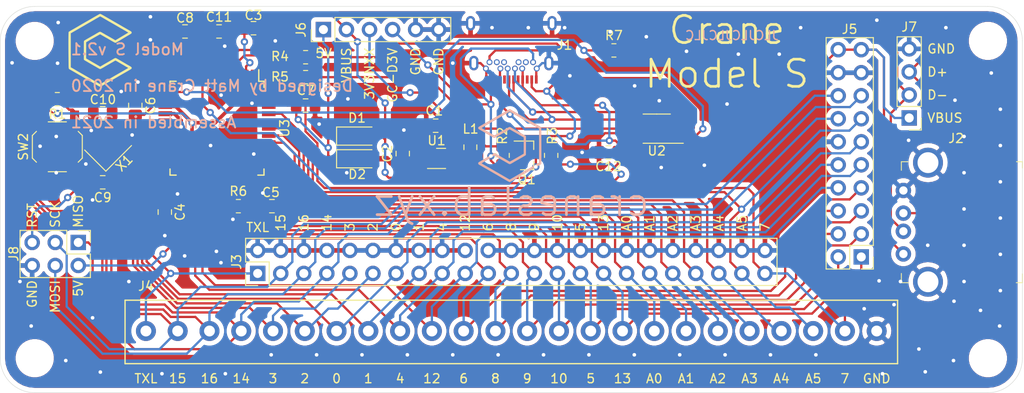
<source format=kicad_pcb>
(kicad_pcb (version 20171130) (host pcbnew "(5.1.9)-1")
  (layers (0 F.Cu signal) (31 B.Cu signal) (34 B.Paste user hide) (35 F.Paste user hide) (36 B.SilkS user) (37 F.SilkS user) (38 B.Mask user hide) (39 F.Mask user hide) (44 Edge.Cuts user))
  (net 0 "")
  (net 1 GND)
  (net 2 +5V)
  (net 3 "Net-(C9-Pad1)")
  (net 4 VBUS)
  (net 5 "Net-(J1-PadA3)")
  (net 6 "Net-(J1-PadA5)")
  (net 7 D+)
  (net 8 D-)
  (net 9 "Net-(J1-PadA10)")
  (net 10 "Net-(J1-PadA8)")
  (net 11 GC-D3V)
  (net 12 "Net-(J1-PadB3)")
  (net 13 "Net-(J1-PadB5)")
  (net 14 "Net-(J1-PadB8)")
  (net 15 "Net-(J1-PadB10)")
  (net 16 D2+)
  (net 17 D2-)
  (net 18 D0)
  (net 19 D1)
  (net 20 D2_SDA)
  (net 21 D3_SCL)
  (net 22 D4)
  (net 23 D5)
  (net 24 D6)
  (net 25 D7)
  (net 26 D8)
  (net 27 D9)
  (net 28 D10)
  (net 29 D11)
  (net 30 D12)
  (net 31 D13)
  (net 32 A0)
  (net 33 A1)
  (net 34 A2)
  (net 35 A3)
  (net 36 A4)
  (net 37 A5)
  (net 38 TXLED)
  (net 39 GC-D5V)
  (net 40 "Net-(L1-Pad2)")
  (net 41 D1+)
  (net 42 "Net-(R4-Pad1)")
  (net 43 "Net-(R5-Pad1)")
  (net 44 D1-)
  (net 45 "Net-(R6-Pad2)")
  (net 46 AREF)
  (net 47 "Net-(C10-Pad1)")
  (net 48 "Net-(C11-Pad2)")
  (net 49 3V3NXX)
  (net 50 5VBoosted)
  (net 51 Reset)
  (net 52 D15_SCK)
  (net 53 D16_MOSI)
  (net 54 D14_MISO)
  (module Model_S:D_SOD-123 (layer F.Cu) (at 120.16 119.47)
    (fp_text reference D1 (at 0 -2) (layer F.SilkS))
    (fp_text value MBR120 hide)
    (pad 1 smd rect (at -1.49 0) (size 1.22 1.25) (layers F.Cu F.Paste F.Mask) (net 2 +5V))
    (pad 2 smd rect (at 1.49 0) (size 1.22 1.25) (layers F.Cu F.Paste F.Mask) (net 4 VBUS))
  )
  (module Model_S:D_SOD-123 (layer F.Cu) (at 120.16 121.97)
    (fp_text reference D2 (at 0.015 1.715) (layer F.SilkS))
    (fp_text value MBR120 hide)
    (pad 1 smd rect (at -1.49 0) (size 1.22 1.25) (layers F.Cu F.Paste F.Mask) (net 2 +5V))
    (pad 2 smd rect (at 1.49 0) (size 1.22 1.25) (layers F.Cu F.Paste F.Mask) (net 50 5VBoosted))
  )
  (module Footprints:logo (layer F.Cu) (at 91.69 110.12)
    (fp_text reference G*** hide)
    (fp_text value LOGO hide)
  )
  (module Footprints:logo (layer F.Cu) (at 137.16 120.41 180)
    (fp_text reference G*** hide)
    (fp_text value LOGO hide)
  )
  (module MountingHole:MountingHole_3.2mm_M3 (layer F.Cu) (at 189.66 108.97)
    (fp_text reference REF** hide)
    (fp_text value MountingHole_3.2mm_M3 hide)
    (pad 1 np_thru_hole circle (at 0 0) (size 3.2 3.2) (drill 3.2) (layers *.Cu *.Mask))
  )
  (module MountingHole:MountingHole_3.2mm_M3 (layer F.Cu) (at 84.66 108.97)
    (fp_text reference REF** hide)
    (fp_text value MountingHole_3.2mm_M3 hide)
    (pad 1 np_thru_hole circle (at 0 0) (size 3.2 3.2) (drill 3.2) (layers *.Cu *.Mask))
  )
  (module MountingHole:MountingHole_3.2mm_M3 (layer F.Cu) (at 189.66 143.97)
    (fp_text reference REF** hide)
    (fp_text value MountingHole_3.2mm_M3 hide)
    (pad 1 np_thru_hole circle (at 0 0) (size 3.2 3.2) (drill 3.2) (layers *.Cu *.Mask))
  )
  (module MountingHole:MountingHole_3.2mm_M3 (layer F.Cu) (at 84.66 143.97)
    (fp_text reference REF** hide)
    (fp_text value MountingHole_3.2mm_M3 hide)
    (pad 1 np_thru_hole circle (at 0 0) (size 3.2 3.2) (drill 3.2) (layers *.Cu *.Mask))
  )
  (module Model_S:C_0805_2012Metric_Pad1.18x1.45mm_HandSolder (layer F.Cu) (at 128.825 118.325 180)
    (fp_text reference C1 (at 0.15 1.64) (layer F.SilkS))
    (fp_text value 2.2uF)
    (pad 2 smd roundrect (at 1.0375 0 180) (size 1.175 1.45) (layers F.Cu F.Paste F.Mask) (roundrect_rratio 0.2127659574468085) (net 1 GND))
    (pad 1 smd roundrect (at -1.0375 0 180) (size 1.175 1.45) (layers F.Cu F.Paste F.Mask) (roundrect_rratio 0.2127659574468085) (net 49 3V3NXX))
  )
  (module Model_S:C_0805_2012Metric_Pad1.18x1.45mm_HandSolder (layer F.Cu) (at 125.2 121.4 90)
    (fp_text reference C2 (at 0 -1.68 90) (layer F.SilkS))
    (fp_text value 4.7uF)
    (pad 1 smd roundrect (at -1.0375 0 90) (size 1.175 1.45) (layers F.Cu F.Paste F.Mask) (roundrect_rratio 0.2127659574468085) (net 50 5VBoosted))
    (pad 2 smd roundrect (at 1.0375 0 90) (size 1.175 1.45) (layers F.Cu F.Paste F.Mask) (roundrect_rratio 0.2127659574468085) (net 1 GND))
  )
  (module Model_S:C_0805_2012Metric_Pad1.18x1.45mm_HandSolder (layer F.Cu) (at 108.76 107.57)
    (fp_text reference C3 (at 0 -1.435) (layer F.SilkS))
    (fp_text value 4.7uF)
    (pad 1 smd roundrect (at -1.0375 0) (size 1.175 1.45) (layers F.Cu F.Paste F.Mask) (roundrect_rratio 0.2127659574468085) (net 2 +5V))
    (pad 2 smd roundrect (at 1.0375 0) (size 1.175 1.45) (layers F.Cu F.Paste F.Mask) (roundrect_rratio 0.2127659574468085) (net 1 GND))
  )
  (module Model_S:C_0805_2012Metric_Pad1.18x1.45mm_HandSolder (layer F.Cu) (at 98.99 127.85 270)
    (fp_text reference C4 (at 0 -1.68 90) (layer F.SilkS))
    (fp_text value 0.1uF)
    (pad 2 smd roundrect (at 1.0375 0 270) (size 1.175 1.45) (layers F.Cu F.Paste F.Mask) (roundrect_rratio 0.2127659574468085) (net 1 GND))
    (pad 1 smd roundrect (at -1.0375 0 270) (size 1.175 1.45) (layers F.Cu F.Paste F.Mask) (roundrect_rratio 0.2127659574468085) (net 2 +5V))
  )
  (module Model_S:C_0805_2012Metric_Pad1.18x1.45mm_HandSolder (layer F.Cu) (at 110.79 127.2 180)
    (fp_text reference C5 (at 0.115 1.515) (layer F.SilkS))
    (fp_text value 0.1uF)
    (pad 1 smd roundrect (at -1.0375 0 180) (size 1.175 1.45) (layers F.Cu F.Paste F.Mask) (roundrect_rratio 0.2127659574468085) (net 2 +5V))
    (pad 2 smd roundrect (at 1.0375 0 180) (size 1.175 1.45) (layers F.Cu F.Paste F.Mask) (roundrect_rratio 0.2127659574468085) (net 1 GND))
  )
  (module Model_S:C_0805_2012Metric_Pad1.18x1.45mm_HandSolder (layer F.Cu) (at 95.74 116.1 90)
    (fp_text reference C6 (at 0 1.685 90) (layer F.SilkS))
    (fp_text value 0.1uF)
    (pad 2 smd roundrect (at 1.0375 0 90) (size 1.175 1.45) (layers F.Cu F.Paste F.Mask) (roundrect_rratio 0.2127659574468085) (net 1 GND))
    (pad 1 smd roundrect (at -1.0375 0 90) (size 1.175 1.45) (layers F.Cu F.Paste F.Mask) (roundrect_rratio 0.2127659574468085) (net 2 +5V))
  )
  (module Model_S:C_0805_2012Metric_Pad1.18x1.45mm_HandSolder (layer F.Cu) (at 114.5 116.1)
    (fp_text reference C7 (at 0 -1.68) (layer F.SilkS))
    (fp_text value 0.1uF)
    (pad 2 smd roundrect (at 1.0375 0) (size 1.175 1.45) (layers F.Cu F.Paste F.Mask) (roundrect_rratio 0.2127659574468085) (net 1 GND))
    (pad 1 smd roundrect (at -1.0375 0) (size 1.175 1.45) (layers F.Cu F.Paste F.Mask) (roundrect_rratio 0.2127659574468085) (net 2 +5V))
  )
  (module Model_S:C_0805_2012Metric_Pad1.18x1.45mm_HandSolder (layer F.Cu) (at 101.215 107.93 180)
    (fp_text reference C8 (at 0 1.495) (layer F.SilkS))
    (fp_text value 0.1uF)
    (pad 1 smd roundrect (at -1.0375 0 180) (size 1.175 1.45) (layers F.Cu F.Paste F.Mask) (roundrect_rratio 0.2127659574468085) (net 4 VBUS))
    (pad 2 smd roundrect (at 1.0375 0 180) (size 1.175 1.45) (layers F.Cu F.Paste F.Mask) (roundrect_rratio 0.2127659574468085) (net 1 GND))
  )
  (module Model_S:C_0805_2012Metric_Pad1.18x1.45mm_HandSolder (layer F.Cu) (at 92.15 124.57 180)
    (fp_text reference C9 (at 0 -1.68) (layer F.SilkS))
    (fp_text value 22pF)
    (pad 1 smd roundrect (at -1.0375 0 180) (size 1.175 1.45) (layers F.Cu F.Paste F.Mask) (roundrect_rratio 0.2127659574468085) (net 3 "Net-(C9-Pad1)"))
    (pad 2 smd roundrect (at 1.0375 0 180) (size 1.175 1.45) (layers F.Cu F.Paste F.Mask) (roundrect_rratio 0.2127659574468085) (net 1 GND))
  )
  (module Model_S:C_0805_2012Metric_Pad1.18x1.45mm_HandSolder (layer F.Cu) (at 92.15 116.95 180)
    (fp_text reference C10 (at -0.025 1.515) (layer F.SilkS))
    (fp_text value 22pF)
    (pad 2 smd roundrect (at 1.0375 0 180) (size 1.175 1.45) (layers F.Cu F.Paste F.Mask) (roundrect_rratio 0.2127659574468085) (net 1 GND))
    (pad 1 smd roundrect (at -1.0375 0 180) (size 1.175 1.45) (layers F.Cu F.Paste F.Mask) (roundrect_rratio 0.2127659574468085) (net 47 "Net-(C10-Pad1)"))
  )
  (module Model_S:C_0805_2012Metric_Pad1.18x1.45mm_HandSolder (layer F.Cu) (at 104.965 107.93 180)
    (fp_text reference C11 (at 0 1.595) (layer F.SilkS))
    (fp_text value 1uF)
    (pad 2 smd roundrect (at 1.0375 0 180) (size 1.175 1.45) (layers F.Cu F.Paste F.Mask) (roundrect_rratio 0.2127659574468085) (net 48 "Net-(C11-Pad2)"))
    (pad 1 smd roundrect (at -1.0375 0 180) (size 1.175 1.45) (layers F.Cu F.Paste F.Mask) (roundrect_rratio 0.2127659574468085) (net 1 GND))
  )
  (module Model_S:C_0805_2012Metric_Pad1.18x1.45mm_HandSolder (layer F.Cu) (at 147.86 121.27)
    (fp_text reference C12 (at 0 1.55) (layer F.SilkS))
    (fp_text value 0.1uF)
    (pad 1 smd roundrect (at -1.0375 0) (size 1.175 1.45) (layers F.Cu F.Paste F.Mask) (roundrect_rratio 0.2127659574468085) (net 1 GND))
    (pad 2 smd roundrect (at 1.0375 0) (size 1.175 1.45) (layers F.Cu F.Paste F.Mask) (roundrect_rratio 0.2127659574468085) (net 4 VBUS))
  )
  (module "Model_S:Shou Han Type-C 24P QCHT" (layer F.Cu) (at 137.16 105.17 180)
    (fp_text reference J1 (at -5.865 -4.265) (layer F.SilkS))
    (fp_text value USB_C_Receptacle)
    (pad S1 thru_hole oval (at -4.49 -1.86 180) (size 1 1.6) (drill oval 0.5 1.1) (layers *.Cu *.Mask) (net 1 GND))
    (pad S1 thru_hole oval (at 4.49 -1.86 180) (size 1 1.6) (drill oval 0.5 1.1) (layers *.Cu *.Mask) (net 1 GND))
    (pad S1 thru_hole oval (at -4.13 -6.25 180) (size 1 1.6) (drill oval 0.5 1.1) (layers *.Cu *.Mask) (net 1 GND))
    (pad S1 thru_hole oval (at 4.13 -6.25 180) (size 1 1.6) (drill oval 0.5 1.1) (layers *.Cu *.Mask) (net 1 GND))
    (pad B1 thru_hole circle (at 2.8 -6.85 180) (size 0.65 0.65) (drill 0.4) (layers *.Cu *.Mask) (net 1 GND))
    (pad B2 thru_hole circle (at 2.4 -6.15 180) (size 0.65 0.65) (drill 0.4) (layers *.Cu *.Mask) (net 49 3V3NXX))
    (pad B3 thru_hole circle (at 1.6 -6.15 180) (size 0.65 0.65) (drill 0.4) (layers *.Cu *.Mask) (net 12 "Net-(J1-PadB3)"))
    (pad B4 thru_hole circle (at 1.2 -6.85 180) (size 0.65 0.65) (drill 0.4) (layers *.Cu *.Mask) (net 4 VBUS))
    (pad B5 thru_hole circle (at 0.8 -6.15 180) (size 0.65 0.65) (drill 0.4) (layers *.Cu *.Mask) (net 13 "Net-(J1-PadB5)"))
    (pad B6 thru_hole circle (at 0.4 -6.85 180) (size 0.65 0.65) (drill 0.4) (layers *.Cu *.Mask) (net 7 D+))
    (pad B7 thru_hole circle (at -0.4 -6.85 180) (size 0.65 0.65) (drill 0.4) (layers *.Cu *.Mask) (net 8 D-))
    (pad B8 thru_hole circle (at -0.8 -6.15 180) (size 0.65 0.65) (drill 0.4) (layers *.Cu *.Mask) (net 14 "Net-(J1-PadB8)"))
    (pad B9 thru_hole circle (at -1.2 -6.85 180) (size 0.65 0.65) (drill 0.4) (layers *.Cu *.Mask) (net 4 VBUS))
    (pad B10 thru_hole circle (at -1.6 -6.15 180) (size 0.65 0.65) (drill 0.4) (layers *.Cu *.Mask) (net 15 "Net-(J1-PadB10)"))
    (pad B11 thru_hole circle (at -2.4 -6.15 180) (size 0.65 0.65) (drill 0.4) (layers *.Cu *.Mask) (net 11 GC-D3V))
    (pad B12 thru_hole circle (at -2.8 -6.85 180) (size 0.65 0.65) (drill 0.4) (layers *.Cu *.Mask) (net 1 GND))
    (pad "" np_thru_hole circle (at -3.6 -7.5 180) (size 0.7 0.7) (drill 0.7) (layers *.Cu *.Mask))
    (pad "" np_thru_hole circle (at 3.75 -7.5 180) (size 0.7 0.7) (drill 0.7) (layers *.Cu *.Mask))
    (pad A1 smd rect (at -2.75 -8.06 180) (size 0.3 0.9) (layers F.Cu F.Paste F.Mask) (net 1 GND))
    (pad A2 smd rect (at -2.25 -8.06 180) (size 0.3 0.9) (layers F.Cu F.Paste F.Mask) (net 49 3V3NXX))
    (pad A3 smd rect (at -1.75 -8.06 180) (size 0.3 0.9) (layers F.Cu F.Paste F.Mask) (net 5 "Net-(J1-PadA3)"))
    (pad A4 smd rect (at -1.25 -8.06 180) (size 0.3 0.9) (layers F.Cu F.Paste F.Mask) (net 4 VBUS))
    (pad A5 smd rect (at -0.75 -8.06 180) (size 0.3 0.9) (layers F.Cu F.Paste F.Mask) (net 6 "Net-(J1-PadA5)"))
    (pad A6 smd rect (at -0.25 -8.06 180) (size 0.3 0.9) (layers F.Cu F.Paste F.Mask) (net 7 D+))
    (pad A7 smd rect (at 0.25 -8.06 180) (size 0.3 0.9) (layers F.Cu F.Paste F.Mask) (net 8 D-))
    (pad A8 smd rect (at 0.75 -8.06 180) (size 0.3 0.9) (layers F.Cu F.Paste F.Mask) (net 10 "Net-(J1-PadA8)"))
    (pad A9 smd rect (at 1.25 -8.06 180) (size 0.3 0.9) (layers F.Cu F.Paste F.Mask) (net 4 VBUS))
    (pad A10 smd rect (at 1.75 -8.06 180) (size 0.3 0.9) (layers F.Cu F.Paste F.Mask) (net 9 "Net-(J1-PadA10)"))
    (pad A11 smd rect (at 2.25 -8.06 180) (size 0.3 0.9) (layers F.Cu F.Paste F.Mask) (net 11 GC-D3V))
    (pad A12 smd rect (at 2.75 -8.06 180) (size 0.3 0.9) (layers F.Cu F.Paste F.Mask) (net 1 GND))
  )
  (module Model_S:USB_A_Female_UE27AC54100 (layer F.Cu) (at 183.06 128.97 90)
    (fp_text reference J2 (at 9.25 3.1 180) (layer F.SilkS))
    (fp_text value USBFeedThrough hide)
    (pad 5 thru_hole circle (at -6.57 0 90) (size 3.3 3.3) (drill 2.3) (layers *.Cu *.Mask) (net 1 GND))
    (pad 5 thru_hole circle (at 6.57 0 90) (size 3.3 3.3) (drill 2.3) (layers *.Cu *.Mask) (net 1 GND))
    (pad 1 thru_hole circle (at -3.5 -2.71 90) (size 1.7 1.7) (drill 0.92) (layers *.Cu *.Mask) (net 2 +5V))
    (pad 2 thru_hole circle (at -1 -2.71 90) (size 1.7 1.7) (drill 0.92) (layers *.Cu *.Mask) (net 17 D2-))
    (pad 3 thru_hole circle (at 1 -2.71 90) (size 1.7 1.7) (drill 0.92) (layers *.Cu *.Mask) (net 16 D2+))
    (pad 4 thru_hole circle (at 3.5 -2.71 90) (size 1.7 1.7) (drill 0.92) (layers *.Cu *.Mask) (net 1 GND))
  )
  (module Model_S:PinHeader_2x23_P2.54mm_Vertical (layer F.Cu) (at 109.22 134.62 90)
    (fp_text reference J3 (at 1.27 -2.33 90) (layer F.SilkS))
    (fp_text value "I/O Pin Headers" hide)
    (pad 1 thru_hole rect (at 0 0 90) (size 1.7 1.7) (drill 1) (layers *.Cu *.Mask) (net 38 TXLED))
    (pad 2 thru_hole oval (at 2.54 0 90) (size 1.7 1.7) (drill 1) (layers *.Cu *.Mask) (net 1 GND))
    (pad 3 thru_hole oval (at 0 2.54 90) (size 1.7 1.7) (drill 1) (layers *.Cu *.Mask) (net 52 D15_SCK))
    (pad 4 thru_hole oval (at 2.54 2.54 90) (size 1.7 1.7) (drill 1) (layers *.Cu *.Mask) (net 1 GND))
    (pad 5 thru_hole oval (at 0 5.08 90) (size 1.7 1.7) (drill 1) (layers *.Cu *.Mask) (net 53 D16_MOSI))
    (pad 6 thru_hole oval (at 2.54 5.08 90) (size 1.7 1.7) (drill 1) (layers *.Cu *.Mask) (net 1 GND))
    (pad 7 thru_hole oval (at 0 7.62 90) (size 1.7 1.7) (drill 1) (layers *.Cu *.Mask) (net 54 D14_MISO))
    (pad 8 thru_hole oval (at 2.54 7.62 90) (size 1.7 1.7) (drill 1) (layers *.Cu *.Mask) (net 1 GND))
    (pad 9 thru_hole oval (at 0 10.16 90) (size 1.7 1.7) (drill 1) (layers *.Cu *.Mask) (net 21 D3_SCL))
    (pad 10 thru_hole oval (at 2.54 10.16 90) (size 1.7 1.7) (drill 1) (layers *.Cu *.Mask) (net 1 GND))
    (pad 11 thru_hole oval (at 0 12.7 90) (size 1.7 1.7) (drill 1) (layers *.Cu *.Mask) (net 20 D2_SDA))
    (pad 12 thru_hole oval (at 2.54 12.7 90) (size 1.7 1.7) (drill 1) (layers *.Cu *.Mask) (net 1 GND))
    (pad 13 thru_hole oval (at 0 15.24 90) (size 1.7 1.7) (drill 1) (layers *.Cu *.Mask) (net 18 D0))
    (pad 14 thru_hole oval (at 2.54 15.24 90) (size 1.7 1.7) (drill 1) (layers *.Cu *.Mask) (net 1 GND))
    (pad 15 thru_hole oval (at 0 17.78 90) (size 1.7 1.7) (drill 1) (layers *.Cu *.Mask) (net 19 D1))
    (pad 16 thru_hole oval (at 2.54 17.78 90) (size 1.7 1.7) (drill 1) (layers *.Cu *.Mask) (net 1 GND))
    (pad 17 thru_hole oval (at 0 20.32 90) (size 1.7 1.7) (drill 1) (layers *.Cu *.Mask) (net 22 D4))
    (pad 18 thru_hole oval (at 2.54 20.32 90) (size 1.7 1.7) (drill 1) (layers *.Cu *.Mask) (net 1 GND))
    (pad 19 thru_hole oval (at 0 22.86 90) (size 1.7 1.7) (drill 1) (layers *.Cu *.Mask) (net 30 D12))
    (pad 20 thru_hole oval (at 2.54 22.86 90) (size 1.7 1.7) (drill 1) (layers *.Cu *.Mask) (net 1 GND))
    (pad 21 thru_hole oval (at 0 25.4 90) (size 1.7 1.7) (drill 1) (layers *.Cu *.Mask) (net 24 D6))
    (pad 22 thru_hole oval (at 2.54 25.4 90) (size 1.7 1.7) (drill 1) (layers *.Cu *.Mask) (net 1 GND))
    (pad 23 thru_hole oval (at 0 27.94 90) (size 1.7 1.7) (drill 1) (layers *.Cu *.Mask) (net 26 D8))
    (pad 24 thru_hole oval (at 2.54 27.94 90) (size 1.7 1.7) (drill 1) (layers *.Cu *.Mask) (net 1 GND))
    (pad 25 thru_hole oval (at 0 30.48 90) (size 1.7 1.7) (drill 1) (layers *.Cu *.Mask) (net 27 D9))
    (pad 26 thru_hole oval (at 2.54 30.48 90) (size 1.7 1.7) (drill 1) (layers *.Cu *.Mask) (net 1 GND))
    (pad 27 thru_hole oval (at 0 33.02 90) (size 1.7 1.7) (drill 1) (layers *.Cu *.Mask) (net 28 D10))
    (pad 28 thru_hole oval (at 2.54 33.02 90) (size 1.7 1.7) (drill 1) (layers *.Cu *.Mask) (net 1 GND))
    (pad 29 thru_hole oval (at 0 35.56 90) (size 1.7 1.7) (drill 1) (layers *.Cu *.Mask) (net 23 D5))
    (pad 30 thru_hole oval (at 2.54 35.56 90) (size 1.7 1.7) (drill 1) (layers *.Cu *.Mask) (net 1 GND))
    (pad 31 thru_hole oval (at 0 38.1 90) (size 1.7 1.7) (drill 1) (layers *.Cu *.Mask) (net 31 D13))
    (pad 32 thru_hole oval (at 2.54 38.1 90) (size 1.7 1.7) (drill 1) (layers *.Cu *.Mask) (net 1 GND))
    (pad 33 thru_hole oval (at 0 40.64 90) (size 1.7 1.7) (drill 1) (layers *.Cu *.Mask) (net 32 A0))
    (pad 34 thru_hole oval (at 2.54 40.64 90) (size 1.7 1.7) (drill 1) (layers *.Cu *.Mask) (net 1 GND))
    (pad 35 thru_hole oval (at 0 43.18 90) (size 1.7 1.7) (drill 1) (layers *.Cu *.Mask) (net 33 A1))
    (pad 36 thru_hole oval (at 2.54 43.18 90) (size 1.7 1.7) (drill 1) (layers *.Cu *.Mask) (net 1 GND))
    (pad 37 thru_hole oval (at 0 45.72 90) (size 1.7 1.7) (drill 1) (layers *.Cu *.Mask) (net 34 A2))
    (pad 38 thru_hole oval (at 2.54 45.72 90) (size 1.7 1.7) (drill 1) (layers *.Cu *.Mask) (net 1 GND))
    (pad 39 thru_hole oval (at 0 48.26 90) (size 1.7 1.7) (drill 1) (layers *.Cu *.Mask) (net 35 A3))
    (pad 40 thru_hole oval (at 2.54 48.26 90) (size 1.7 1.7) (drill 1) (layers *.Cu *.Mask) (net 1 GND))
    (pad 41 thru_hole oval (at 0 50.8 90) (size 1.7 1.7) (drill 1) (layers *.Cu *.Mask) (net 36 A4))
    (pad 42 thru_hole oval (at 2.54 50.8 90) (size 1.7 1.7) (drill 1) (layers *.Cu *.Mask) (net 1 GND))
    (pad 43 thru_hole oval (at 0 53.34 90) (size 1.7 1.7) (drill 1) (layers *.Cu *.Mask) (net 37 A5))
    (pad 44 thru_hole oval (at 2.54 53.34 90) (size 1.7 1.7) (drill 1) (layers *.Cu *.Mask) (net 1 GND))
    (pad 45 thru_hole oval (at 0 55.88 90) (size 1.7 1.7) (drill 1) (layers *.Cu *.Mask) (net 25 D7))
    (pad 46 thru_hole oval (at 2.54 55.88 90) (size 1.7 1.7) (drill 1) (layers *.Cu *.Mask) (net 1 GND))
  )
  (module Model_S:24PinScrewTerminal (layer F.Cu) (at 96.91 140.97)
    (fp_text reference J4 (at 0 -4.95) (layer F.SilkS))
    (fp_text value "I/O Screw Terminals" hide)
    (pad 1 thru_hole circle (at 0 0) (size 2.2 2.2) (drill 1.2) (layers *.Cu *.Mask) (net 38 TXLED))
    (pad 2 thru_hole circle (at 3.5 0) (size 2.2 2.2) (drill 1.2) (layers *.Cu *.Mask) (net 52 D15_SCK))
    (pad 3 thru_hole circle (at 7 0) (size 2.2 2.2) (drill 1.2) (layers *.Cu *.Mask) (net 53 D16_MOSI))
    (pad 4 thru_hole circle (at 10.5 0) (size 2.2 2.2) (drill 1.2) (layers *.Cu *.Mask) (net 54 D14_MISO))
    (pad 5 thru_hole circle (at 14 0) (size 2.2 2.2) (drill 1.2) (layers *.Cu *.Mask) (net 21 D3_SCL))
    (pad 6 thru_hole circle (at 17.5 0) (size 2.2 2.2) (drill 1.2) (layers *.Cu *.Mask) (net 20 D2_SDA))
    (pad 7 thru_hole circle (at 21 0) (size 2.2 2.2) (drill 1.2) (layers *.Cu *.Mask) (net 18 D0))
    (pad 8 thru_hole circle (at 24.5 0) (size 2.2 2.2) (drill 1.2) (layers *.Cu *.Mask) (net 19 D1))
    (pad 9 thru_hole circle (at 28 0) (size 2.2 2.2) (drill 1.2) (layers *.Cu *.Mask) (net 22 D4))
    (pad 10 thru_hole circle (at 31.5 0) (size 2.2 2.2) (drill 1.2) (layers *.Cu *.Mask) (net 30 D12))
    (pad 11 thru_hole circle (at 35 0) (size 2.2 2.2) (drill 1.2) (layers *.Cu *.Mask) (net 24 D6))
    (pad 12 thru_hole circle (at 38.5 0) (size 2.2 2.2) (drill 1.2) (layers *.Cu *.Mask) (net 26 D8))
    (pad 13 thru_hole circle (at 42 0) (size 2.2 2.2) (drill 1.2) (layers *.Cu *.Mask) (net 27 D9))
    (pad 14 thru_hole circle (at 45.5 0) (size 2.2 2.2) (drill 1.2) (layers *.Cu *.Mask) (net 28 D10))
    (pad 15 thru_hole circle (at 49 0) (size 2.2 2.2) (drill 1.2) (layers *.Cu *.Mask) (net 23 D5))
    (pad 16 thru_hole circle (at 52.5 0) (size 2.2 2.2) (drill 1.2) (layers *.Cu *.Mask) (net 31 D13))
    (pad 17 thru_hole circle (at 56 0) (size 2.2 2.2) (drill 1.2) (layers *.Cu *.Mask) (net 32 A0))
    (pad 18 thru_hole circle (at 59.5 0) (size 2.2 2.2) (drill 1.2) (layers *.Cu *.Mask) (net 33 A1))
    (pad 19 thru_hole circle (at 63 0) (size 2.2 2.2) (drill 1.2) (layers *.Cu *.Mask) (net 34 A2))
    (pad 20 thru_hole circle (at 66.5 0) (size 2.2 2.2) (drill 1.2) (layers *.Cu *.Mask) (net 35 A3))
    (pad 21 thru_hole circle (at 70 0) (size 2.2 2.2) (drill 1.2) (layers *.Cu *.Mask) (net 36 A4))
    (pad 24 thru_hole circle (at 80.5 0) (size 2.2 2.2) (drill 1.2) (layers *.Cu *.Mask) (net 1 GND))
    (pad 22 thru_hole circle (at 73.5 0) (size 2.2 2.2) (drill 1.2) (layers *.Cu *.Mask) (net 37 A5))
    (pad 23 thru_hole circle (at 77 0) (size 2.2 2.2) (drill 1.2) (layers *.Cu *.Mask) (net 25 D7))
  )
  (module Model_S:PinHeader_2x10_P2.54mm_Vertical (layer F.Cu) (at 175.71 132.8 180)
    (fp_text reference J5 (at 1.285 25.115) (layer F.SilkS))
    (fp_text value "Brook Header" hide)
    (pad 20 thru_hole oval (at 2.54 22.86 180) (size 1.7 1.7) (drill 1) (layers *.Cu *.Mask) (net 2 +5V))
    (pad 19 thru_hole oval (at 0 22.86 180) (size 1.7 1.7) (drill 1) (layers *.Cu *.Mask) (net 2 +5V))
    (pad 18 thru_hole oval (at 2.54 20.32 180) (size 1.7 1.7) (drill 1) (layers *.Cu *.Mask) (net 1 GND))
    (pad 17 thru_hole oval (at 0 20.32 180) (size 1.7 1.7) (drill 1) (layers *.Cu *.Mask) (net 1 GND))
    (pad 16 thru_hole oval (at 2.54 17.78 180) (size 1.7 1.7) (drill 1) (layers *.Cu *.Mask) (net 52 D15_SCK))
    (pad 15 thru_hole oval (at 0 17.78 180) (size 1.7 1.7) (drill 1) (layers *.Cu *.Mask) (net 53 D16_MOSI))
    (pad 14 thru_hole oval (at 2.54 15.24 180) (size 1.7 1.7) (drill 1) (layers *.Cu *.Mask) (net 54 D14_MISO))
    (pad 13 thru_hole oval (at 0 15.24 180) (size 1.7 1.7) (drill 1) (layers *.Cu *.Mask) (net 37 A5))
    (pad 12 thru_hole oval (at 2.54 12.7 180) (size 1.7 1.7) (drill 1) (layers *.Cu *.Mask) (net 1 GND))
    (pad 11 thru_hole oval (at 0 12.7 180) (size 1.7 1.7) (drill 1) (layers *.Cu *.Mask) (net 18 D0))
    (pad 10 thru_hole oval (at 2.54 10.16 180) (size 1.7 1.7) (drill 1) (layers *.Cu *.Mask) (net 19 D1))
    (pad 9 thru_hole oval (at 0 10.16 180) (size 1.7 1.7) (drill 1) (layers *.Cu *.Mask) (net 22 D4))
    (pad 8 thru_hole oval (at 2.54 7.62 180) (size 1.7 1.7) (drill 1) (layers *.Cu *.Mask) (net 30 D12))
    (pad 7 thru_hole oval (at 0 7.62 180) (size 1.7 1.7) (drill 1) (layers *.Cu *.Mask) (net 24 D6))
    (pad 6 thru_hole oval (at 2.54 5.08 180) (size 1.7 1.7) (drill 1) (layers *.Cu *.Mask) (net 26 D8))
    (pad 5 thru_hole oval (at 0 5.08 180) (size 1.7 1.7) (drill 1) (layers *.Cu *.Mask) (net 27 D9))
    (pad 4 thru_hole oval (at 2.54 2.54 180) (size 1.7 1.7) (drill 1) (layers *.Cu *.Mask) (net 28 D10))
    (pad 3 thru_hole oval (at 0 2.54 180) (size 1.7 1.7) (drill 1) (layers *.Cu *.Mask) (net 23 D5))
    (pad 2 thru_hole oval (at 2.54 0 180) (size 1.7 1.7) (drill 1) (layers *.Cu *.Mask) (net 31 D13))
    (pad 1 thru_hole rect (at 0 0 180) (size 1.7 1.7) (drill 1) (layers *.Cu *.Mask) (net 25 D7))
  )
  (module Model_S:PinHeader_1x06_P2.54mm_Vertical (layer F.Cu) (at 116.46 107.72 90)
    (fp_text reference J6 (at -0.03 -2.47 90) (layer F.SilkS))
    (fp_text value Debug hide)
    (pad 1 thru_hole rect (at 0 0 90) (size 1.7 1.7) (drill 1) (layers *.Cu *.Mask) (net 2 +5V))
    (pad 2 thru_hole oval (at 0 2.54 90) (size 1.7 1.7) (drill 1) (layers *.Cu *.Mask) (net 4 VBUS))
    (pad 3 thru_hole oval (at 0 5.08 90) (size 1.7 1.7) (drill 1) (layers *.Cu *.Mask) (net 49 3V3NXX))
    (pad 4 thru_hole oval (at 0 7.62 90) (size 1.7 1.7) (drill 1) (layers *.Cu *.Mask) (net 11 GC-D3V))
    (pad 5 thru_hole oval (at 0 10.16 90) (size 1.7 1.7) (drill 1) (layers *.Cu *.Mask) (net 1 GND))
    (pad 6 thru_hole oval (at 0 12.7 90) (size 1.7 1.7) (drill 1) (layers *.Cu *.Mask) (net 1 GND))
  )
  (module Model_S:PinHeader_1x04_P2.54mm_Vertical (layer F.Cu) (at 180.99 117.47 180)
    (fp_text reference J7 (at 0 10.035) (layer F.SilkS))
    (fp_text value USB4Pin hide)
    (pad 1 thru_hole rect (at 0 0 180) (size 1.7 1.7) (drill 1) (layers *.Cu *.Mask) (net 2 +5V))
    (pad 2 thru_hole oval (at 0 2.54 180) (size 1.7 1.7) (drill 1) (layers *.Cu *.Mask) (net 17 D2-))
    (pad 3 thru_hole oval (at 0 5.08 180) (size 1.7 1.7) (drill 1) (layers *.Cu *.Mask) (net 16 D2+))
    (pad 4 thru_hole oval (at 0 7.62 180) (size 1.7 1.7) (drill 1) (layers *.Cu *.Mask) (net 1 GND))
  )
  (module Model_S:PinHeader_2x03_P2.54mm_Vertical (layer F.Cu) (at 89.46 131.204 270)
    (fp_text reference J8 (at 1.25 7.112 270) (layer F.SilkS))
    (fp_text value ICSP hide)
    (pad 1 thru_hole rect (at 0 0 270) (size 1.7 1.7) (drill 1) (layers *.Cu *.Mask) (net 54 D14_MISO))
    (pad 2 thru_hole oval (at 2.54 0 270) (size 1.7 1.7) (drill 1) (layers *.Cu *.Mask) (net 2 +5V))
    (pad 3 thru_hole oval (at 0 2.54 270) (size 1.7 1.7) (drill 1) (layers *.Cu *.Mask) (net 52 D15_SCK))
    (pad 4 thru_hole oval (at 2.54 2.54 270) (size 1.7 1.7) (drill 1) (layers *.Cu *.Mask) (net 53 D16_MOSI))
    (pad 5 thru_hole oval (at 0 5.08 270) (size 1.7 1.7) (drill 1) (layers *.Cu *.Mask) (net 51 Reset))
    (pad 6 thru_hole oval (at 2.54 5.08 270) (size 1.7 1.7) (drill 1) (layers *.Cu *.Mask) (net 1 GND))
  )
  (module Model_S:L_0805_2012Metric_Pad1.15x1.40mm_HandSolder (layer F.Cu) (at 132.65 120.7 270)
    (fp_text reference L1 (at -2.015 -0.025 180) (layer F.SilkS))
    (fp_text value 1uH hide)
    (pad 1 smd roundrect (at -1.025 0 270) (size 1.15 1.4) (layers F.Cu F.Paste F.Mask) (roundrect_rratio 0.2173904347826087) (net 49 3V3NXX))
    (pad 2 smd roundrect (at 1.025 0 270) (size 1.15 1.4) (layers F.Cu F.Paste F.Mask) (roundrect_rratio 0.2173904347826087) (net 40 "Net-(L1-Pad2)"))
  )
  (module Model_S:SOT-23 (layer F.Cu) (at 138.868 121.6)
    (fp_text reference Q1 (at -0.008 2.67) (layer F.SilkS))
    (fp_text value BSS138 hide)
    (pad 1 smd rect (at -1 -0.95) (size 0.9 0.8) (layers F.Cu F.Paste F.Mask) (net 49 3V3NXX))
    (pad 2 smd rect (at -1 0.95) (size 0.9 0.8) (layers F.Cu F.Paste F.Mask) (net 11 GC-D3V))
    (pad 3 smd rect (at 1 0) (size 0.9 0.8) (layers F.Cu F.Paste F.Mask) (net 39 GC-D5V))
  )
  (module Model_S:R_0805_2012Metric_Pad1.20x1.40mm_HandSolder (layer F.Cu) (at 87.15 115.4 180)
    (fp_text reference R1 (at 0 -1.65) (layer F.SilkS))
    (fp_text value 10k)
    (pad 1 smd roundrect (at -1 0 180) (size 1.2 1.4) (layers F.Cu F.Paste F.Mask) (roundrect_rratio 0.2083325) (net 51 Reset))
    (pad 2 smd roundrect (at 1 0 180) (size 1.2 1.4) (layers F.Cu F.Paste F.Mask) (roundrect_rratio 0.2083325) (net 2 +5V))
  )
  (module Model_S:R_0805_2012Metric_Pad1.20x1.40mm_HandSolder (layer F.Cu) (at 136.2 121.6 270)
    (fp_text reference R2 (at -2.165 0.025 90) (layer F.SilkS))
    (fp_text value 10k)
    (pad 1 smd roundrect (at -1 0 270) (size 1.2 1.4) (layers F.Cu F.Paste F.Mask) (roundrect_rratio 0.2083325) (net 49 3V3NXX))
    (pad 2 smd roundrect (at 1 0 270) (size 1.2 1.4) (layers F.Cu F.Paste F.Mask) (roundrect_rratio 0.2083325) (net 11 GC-D3V))
  )
  (module Model_S:R_0805_2012Metric_Pad1.20x1.40mm_HandSolder (layer F.Cu) (at 141.55 121.6 90)
    (fp_text reference R3 (at 2.165 0.125 90) (layer F.SilkS))
    (fp_text value 10k)
    (pad 2 smd roundrect (at 1 0 90) (size 1.2 1.4) (layers F.Cu F.Paste F.Mask) (roundrect_rratio 0.2083325) (net 39 GC-D5V))
    (pad 1 smd roundrect (at -1 0 90) (size 1.2 1.4) (layers F.Cu F.Paste F.Mask) (roundrect_rratio 0.2083325) (net 2 +5V))
  )
  (module Model_S:R_0805_2012Metric_Pad1.20x1.40mm_HandSolder (layer F.Cu) (at 114.5 110.77)
    (fp_text reference R4 (at -2.825 -0.085) (layer F.SilkS))
    (fp_text value 22)
    (pad 2 smd roundrect (at 1 0) (size 1.2 1.4) (layers F.Cu F.Paste F.Mask) (roundrect_rratio 0.2083325) (net 41 D1+))
    (pad 1 smd roundrect (at -1 0) (size 1.2 1.4) (layers F.Cu F.Paste F.Mask) (roundrect_rratio 0.2083325) (net 42 "Net-(R4-Pad1)"))
  )
  (module Model_S:R_0805_2012Metric_Pad1.20x1.40mm_HandSolder (layer F.Cu) (at 114.5 112.97)
    (fp_text reference R5 (at -2.825 -0.035) (layer F.SilkS))
    (fp_text value 22)
    (pad 1 smd roundrect (at -1 0) (size 1.2 1.4) (layers F.Cu F.Paste F.Mask) (roundrect_rratio 0.2083325) (net 43 "Net-(R5-Pad1)"))
    (pad 2 smd roundrect (at 1 0) (size 1.2 1.4) (layers F.Cu F.Paste F.Mask) (roundrect_rratio 0.2083325) (net 44 D1-))
  )
  (module Model_S:R_0805_2012Metric_Pad1.20x1.40mm_HandSolder (layer F.Cu) (at 107.09 127.2)
    (fp_text reference R6 (at 0 -1.65) (layer F.SilkS))
    (fp_text value 10k)
    (pad 2 smd roundrect (at 1 0) (size 1.2 1.4) (layers F.Cu F.Paste F.Mask) (roundrect_rratio 0.2083325) (net 45 "Net-(R6-Pad2)"))
    (pad 1 smd roundrect (at -1 0) (size 1.2 1.4) (layers F.Cu F.Paste F.Mask) (roundrect_rratio 0.2083325) (net 1 GND))
  )
  (module Model_S:R_0805_2012Metric_Pad1.20x1.40mm_HandSolder (layer F.Cu) (at 148.46 110.02)
    (fp_text reference R7 (at 0 -1.65) (layer F.SilkS))
    (fp_text value 10k)
    (pad 1 smd roundrect (at -1 0) (size 1.2 1.4) (layers F.Cu F.Paste F.Mask) (roundrect_rratio 0.2083325) (net 29 D11))
    (pad 2 smd roundrect (at 1 0) (size 1.2 1.4) (layers F.Cu F.Paste F.Mask) (roundrect_rratio 0.2083325) (net 1 GND))
  )
  (module Model_S:SW_SPST_TL3342 (layer F.Cu) (at 87.15 120.65 90)
    (fp_text reference SW2 (at 0 -3.75 90) (layer F.SilkS))
    (fp_text value SW_PUSH hide)
    (pad 1 smd rect (at -3.15 -1.9 90) (size 1.7 1) (layers F.Cu F.Paste F.Mask) (net 1 GND))
    (pad 1 smd rect (at 3.15 -1.9 90) (size 1.7 1) (layers F.Cu F.Paste F.Mask) (net 1 GND))
    (pad 2 smd rect (at -3.15 1.9 90) (size 1.7 1) (layers F.Cu F.Paste F.Mask) (net 51 Reset))
    (pad 2 smd rect (at 3.15 1.9 90) (size 1.7 1) (layers F.Cu F.Paste F.Mask) (net 51 Reset))
  )
  (module Model_S:TPS61240 (layer F.Cu) (at 128.925 121.935)
    (fp_text reference U1 (at 0 -1.965) (layer F.SilkS))
    (fp_text value TPS61240 hide)
    (pad 6 smd roundrect (at 1 -0.65) (size 0.6 0.425) (layers F.Cu F.Paste F.Mask) (net 49 3V3NXX))
    (pad 5 smd roundrect (at 1 0) (size 0.6 0.425) (layers F.Cu F.Paste F.Mask) (net 40 "Net-(L1-Pad2)"))
    (pad 4 smd roundrect (at 1 0.65) (size 0.6 0.425) (layers F.Cu F.Paste F.Mask) (net 49 3V3NXX))
    (pad 3 smd roundrect (at -1 0.65) (size 0.6 0.425) (layers F.Cu F.Paste F.Mask) (net 50 5VBoosted))
    (pad 2 smd roundrect (at -1 0) (size 0.6 0.425) (layers F.Cu F.Paste F.Mask) (net 50 5VBoosted))
    (pad 1 smd roundrect (at -1 -0.65) (size 0.6 0.425) (layers F.Cu F.Paste F.Mask) (net 1 GND))
    (pad 7 smd roundrect (at 0 0) (size 1 1.6) (layers F.Cu F.Mask))
  )
  (module Model_S:VSSOP-10_3x3mm_P0.5mm (layer F.Cu) (at 153.18 118.65 180)
    (fp_text reference U2 (at 0 -2.45) (layer F.SilkS))
    (fp_text value TS3USB30E hide)
    (pad 1 smd roundrect (at -2.2 -1 180) (size 1.45 0.3) (layers F.Cu F.Paste F.Mask) (net 29 D11))
    (pad 2 smd roundrect (at -2.2 -0.5 180) (size 1.45 0.3) (layers F.Cu F.Paste F.Mask) (net 41 D1+))
    (pad 3 smd roundrect (at -2.2 0 180) (size 1.45 0.3) (layers F.Cu F.Paste F.Mask) (net 16 D2+))
    (pad 4 smd roundrect (at -2.2 0.5 180) (size 1.45 0.3) (layers F.Cu F.Paste F.Mask) (net 7 D+))
    (pad 5 smd roundrect (at -2.2 1 180) (size 1.45 0.3) (layers F.Cu F.Paste F.Mask) (net 1 GND))
    (pad 6 smd roundrect (at 2.2 1 180) (size 1.45 0.3) (layers F.Cu F.Paste F.Mask) (net 8 D-))
    (pad 7 smd roundrect (at 2.2 0.5 180) (size 1.45 0.3) (layers F.Cu F.Paste F.Mask) (net 17 D2-))
    (pad 8 smd roundrect (at 2.2 0 180) (size 1.45 0.3) (layers F.Cu F.Paste F.Mask) (net 44 D1-))
    (pad 9 smd roundrect (at 2.2 -0.5 180) (size 1.45 0.3) (layers F.Cu F.Paste F.Mask) (net 1 GND))
    (pad 10 smd roundrect (at 2.2 -1 180) (size 1.45 0.3) (layers F.Cu F.Paste F.Mask) (net 4 VBUS))
  )
  (module Model_S:TQFP-44_10x10mm_P0.8mm (layer F.Cu) (at 104.74 118.6 270)
    (fp_text reference U3 (at 0 -7.45 90) (layer F.SilkS))
    (fp_text value ATmega32U4-AU hide)
    (pad 1 smd rect (at -5.7 -4 270) (size 1.5 0.55) (layers F.Cu F.Paste F.Mask) (net 25 D7))
    (pad 2 smd rect (at -5.7 -3.2 270) (size 1.5 0.55) (layers F.Cu F.Paste F.Mask) (net 2 +5V))
    (pad 3 smd rect (at -5.7 -2.4 270) (size 1.5 0.55) (layers F.Cu F.Paste F.Mask) (net 43 "Net-(R5-Pad1)"))
    (pad 4 smd rect (at -5.7 -1.6 270) (size 1.5 0.55) (layers F.Cu F.Paste F.Mask) (net 42 "Net-(R4-Pad1)"))
    (pad 5 smd rect (at -5.7 -0.8 270) (size 1.5 0.55) (layers F.Cu F.Paste F.Mask) (net 1 GND))
    (pad 6 smd rect (at -5.7 0 270) (size 1.5 0.55) (layers F.Cu F.Paste F.Mask) (net 48 "Net-(C11-Pad2)"))
    (pad 7 smd rect (at -5.7 0.8 270) (size 1.5 0.55) (layers F.Cu F.Paste F.Mask) (net 4 VBUS))
    (pad 8 smd rect (at -5.7 1.6 270) (size 1.5 0.55) (layers F.Cu F.Paste F.Mask) (net 39 GC-D5V))
    (pad 9 smd rect (at -5.7 2.4 270) (size 1.5 0.55) (layers F.Cu F.Paste F.Mask) (net 52 D15_SCK))
    (pad 10 smd rect (at -5.7 3.2 270) (size 1.5 0.55) (layers F.Cu F.Paste F.Mask) (net 53 D16_MOSI))
    (pad 11 smd rect (at -5.7 4 270) (size 1.5 0.55) (layers F.Cu F.Paste F.Mask) (net 54 D14_MISO))
    (pad 12 smd rect (at -4 5.7) (size 1.5 0.55) (layers F.Cu F.Paste F.Mask) (net 29 D11))
    (pad 13 smd rect (at -3.2 5.7) (size 1.5 0.55) (layers F.Cu F.Paste F.Mask) (net 51 Reset))
    (pad 14 smd rect (at -2.4 5.7) (size 1.5 0.55) (layers F.Cu F.Paste F.Mask) (net 2 +5V))
    (pad 15 smd rect (at -1.6 5.7) (size 1.5 0.55) (layers F.Cu F.Paste F.Mask) (net 1 GND))
    (pad 16 smd rect (at -0.8 5.7) (size 1.5 0.55) (layers F.Cu F.Paste F.Mask) (net 47 "Net-(C10-Pad1)"))
    (pad 17 smd rect (at 0 5.7) (size 1.5 0.55) (layers F.Cu F.Paste F.Mask) (net 3 "Net-(C9-Pad1)"))
    (pad 18 smd rect (at 0.8 5.7) (size 1.5 0.55) (layers F.Cu F.Paste F.Mask) (net 21 D3_SCL))
    (pad 19 smd rect (at 1.6 5.7) (size 1.5 0.55) (layers F.Cu F.Paste F.Mask) (net 20 D2_SDA))
    (pad 20 smd rect (at 2.4 5.7) (size 1.5 0.55) (layers F.Cu F.Paste F.Mask) (net 18 D0))
    (pad 21 smd rect (at 3.2 5.7) (size 1.5 0.55) (layers F.Cu F.Paste F.Mask) (net 19 D1))
    (pad 22 smd rect (at 4 5.7) (size 1.5 0.55) (layers F.Cu F.Paste F.Mask) (net 38 TXLED))
    (pad 23 smd rect (at 5.7 4 270) (size 1.5 0.55) (layers F.Cu F.Paste F.Mask) (net 1 GND))
    (pad 24 smd rect (at 5.7 3.2 270) (size 1.5 0.55) (layers F.Cu F.Paste F.Mask) (net 2 +5V))
    (pad 25 smd rect (at 5.7 2.4 270) (size 1.5 0.55) (layers F.Cu F.Paste F.Mask) (net 22 D4))
    (pad 26 smd rect (at 5.7 1.6 270) (size 1.5 0.55) (layers F.Cu F.Paste F.Mask) (net 30 D12))
    (pad 27 smd rect (at 5.7 0.8 270) (size 1.5 0.55) (layers F.Cu F.Paste F.Mask) (net 24 D6))
    (pad 28 smd rect (at 5.7 0 270) (size 1.5 0.55) (layers F.Cu F.Paste F.Mask) (net 26 D8))
    (pad 29 smd rect (at 5.7 -0.8 270) (size 1.5 0.55) (layers F.Cu F.Paste F.Mask) (net 27 D9))
    (pad 30 smd rect (at 5.7 -1.6 270) (size 1.5 0.55) (layers F.Cu F.Paste F.Mask) (net 28 D10))
    (pad 31 smd rect (at 5.7 -2.4 270) (size 1.5 0.55) (layers F.Cu F.Paste F.Mask) (net 23 D5))
    (pad 32 smd rect (at 5.7 -3.2 270) (size 1.5 0.55) (layers F.Cu F.Paste F.Mask) (net 31 D13))
    (pad 33 smd rect (at 5.7 -4 270) (size 1.5 0.55) (layers F.Cu F.Paste F.Mask) (net 45 "Net-(R6-Pad2)"))
    (pad 34 smd rect (at 4 -5.7) (size 1.5 0.55) (layers F.Cu F.Paste F.Mask) (net 2 +5V))
    (pad 35 smd rect (at 3.2 -5.7) (size 1.5 0.55) (layers F.Cu F.Paste F.Mask) (net 1 GND))
    (pad 36 smd rect (at 2.4 -5.7) (size 1.5 0.55) (layers F.Cu F.Paste F.Mask) (net 32 A0))
    (pad 37 smd rect (at 1.6 -5.7) (size 1.5 0.55) (layers F.Cu F.Paste F.Mask) (net 33 A1))
    (pad 38 smd rect (at 0.8 -5.7) (size 1.5 0.55) (layers F.Cu F.Paste F.Mask) (net 34 A2))
    (pad 39 smd rect (at 0 -5.7) (size 1.5 0.55) (layers F.Cu F.Paste F.Mask) (net 35 A3))
    (pad 40 smd rect (at -0.8 -5.7) (size 1.5 0.55) (layers F.Cu F.Paste F.Mask) (net 36 A4))
    (pad 41 smd rect (at -1.6 -5.7) (size 1.5 0.55) (layers F.Cu F.Paste F.Mask) (net 37 A5))
    (pad 42 smd rect (at -2.4 -5.7) (size 1.5 0.55) (layers F.Cu F.Paste F.Mask) (net 46 AREF))
    (pad 43 smd rect (at -3.2 -5.7) (size 1.5 0.55) (layers F.Cu F.Paste F.Mask) (net 1 GND))
    (pad 44 smd rect (at -4 -5.7) (size 1.5 0.55) (layers F.Cu F.Paste F.Mask) (net 2 +5V))
  )
  (module Model_S:Crystal_SMD_TXC_7M-4Pin_3.2x2.5mm (layer F.Cu) (at 92.74 120.76 45)
    (fp_text reference X1 (at 0.077782 2.446589 45) (layer F.SilkS))
    (fp_text value XTAL_GND hide)
    (pad 1 smd rect (at -1.1 0.85 45) (size 1.4 1.2) (layers F.Cu F.Paste F.Mask) (net 3 "Net-(C9-Pad1)"))
    (pad 2 smd rect (at 1.1 0.85 45) (size 1.4 1.2) (layers F.Cu F.Paste F.Mask) (net 1 GND))
    (pad 3 smd rect (at 1.1 -0.85 45) (size 1.4 1.2) (layers F.Cu F.Paste F.Mask) (net 47 "Net-(C10-Pad1)"))
    (pad 4 smd rect (at -1.1 -0.85 45) (size 1.4 1.2) (layers F.Cu F.Paste F.Mask) (net 1 GND))
  )
  (gr_text JLCJLCJLCJLC (at 161.46 108.37) (layer B.SilkS) (effects (font (size 1 1)) (justify mirror)))
  (gr_text "Model S v2.1\n\nDesigned by Matt Crane in 2020\n\nAssembled in 2021" (at 88.515 113.93) (layer B.SilkS) (effects (font (size 1.25 1.25) (thickness 0.2)) (justify right mirror)))
  (gr_text craneslab.xyz (at 137.16 126.76) (layer B.SilkS) (effects (font (size 3 3) (thickness 0.3)) (justify mirror)))
  (gr_text "Crane\nModel S" (at 160.91 110.2) (layer F.SilkS) (effects (font (size 3 3) (thickness 0.3))))
  (gr_text GND (at 177.41 146.22) (layer F.SilkS) (effects (font (size 1 1))))
  (gr_text A0 (at 152.91 146.22) (layer F.SilkS) (effects (font (size 1 1))))
  (gr_text A1 (at 156.41 146.22) (layer F.SilkS) (effects (font (size 1 1))))
  (gr_text A2 (at 159.91 146.22) (layer F.SilkS) (effects (font (size 1 1))))
  (gr_text A3 (at 163.41 146.22) (layer F.SilkS) (effects (font (size 1 1))))
  (gr_text 2 (at 114.41 146.22) (layer F.SilkS) (effects (font (size 1 1))))
  (gr_text 4 (at 124.91 146.22) (layer F.SilkS) (effects (font (size 1 1))))
  (gr_text TXL (at 96.91 146.22) (layer F.SilkS) (effects (font (size 1 1))))
  (gr_text 16 (at 103.91 146.22) (layer F.SilkS) (effects (font (size 1 1))))
  (gr_text 14 (at 107.41 146.22) (layer F.SilkS) (effects (font (size 1 1))))
  (gr_text 3 (at 110.91 146.22) (layer F.SilkS) (effects (font (size 1 1))))
  (gr_text 15 (at 100.41 146.22) (layer F.SilkS) (effects (font (size 1 1))))
  (gr_text A4 (at 166.91 146.22) (layer F.SilkS) (effects (font (size 1 1))))
  (gr_text A5 (at 170.41 146.22) (layer F.SilkS) (effects (font (size 1 1))))
  (gr_text 0 (at 117.91 146.22) (layer F.SilkS) (effects (font (size 1 1))))
  (gr_text 1 (at 121.41 146.22) (layer F.SilkS) (effects (font (size 1 1))))
  (gr_text 12 (at 128.41 146.22) (layer F.SilkS) (effects (font (size 1 1))))
  (gr_text 6 (at 131.91 146.22) (layer F.SilkS) (effects (font (size 1 1))))
  (gr_text 8 (at 135.41 146.22) (layer F.SilkS) (effects (font (size 1 1))))
  (gr_text 9 (at 138.91 146.22) (layer F.SilkS) (effects (font (size 1 1))))
  (gr_text 10 (at 142.41 146.22) (layer F.SilkS) (effects (font (size 1 1))))
  (gr_text 5 (at 145.91 146.22) (layer F.SilkS) (effects (font (size 1 1))))
  (gr_text 13 (at 149.41 146.22) (layer F.SilkS) (effects (font (size 1 1))))
  (gr_text 7 (at 173.91 146.22) (layer F.SilkS) (effects (font (size 1 1))))
  (gr_text v2.1 (at 183.765 139.965) (layer F.Cu) (effects (font (size 1.5 1.5) (thickness 0.2))))
  (gr_text 7 (at 165.1 130.08 90) (layer F.SilkS) (effects (font (size 1 1)) (justify left)))
  (gr_text 13 (at 147.32 130.08 90) (layer F.SilkS) (effects (font (size 1 1)) (justify left)))
  (gr_text 5 (at 144.78 130.08 90) (layer F.SilkS) (effects (font (size 1 1)) (justify left)))
  (gr_text 10 (at 142.24 130.08 90) (layer F.SilkS) (effects (font (size 1 1)) (justify left)))
  (gr_text 9 (at 139.7 130.08 90) (layer F.SilkS) (effects (font (size 1 1)) (justify left)))
  (gr_text 8 (at 137.16 130.08 90) (layer F.SilkS) (effects (font (size 1 1)) (justify left)))
  (gr_text 6 (at 134.62 130.08 90) (layer F.SilkS) (effects (font (size 1 1)) (justify left)))
  (gr_text 12 (at 132.08 130.08 90) (layer F.SilkS) (effects (font (size 1 1)) (justify left)))
  (gr_text 4 (at 129.54 130.08 90) (layer F.SilkS) (effects (font (size 1 1)) (justify left)))
  (gr_text TXL (at 109.22 129.54) (layer F.SilkS) (effects (font (size 1 1))))
  (gr_text 1 (at 127 130.08 90) (layer F.SilkS) (effects (font (size 1 1)) (justify left)))
  (gr_text 0 (at 124.46 130.08 90) (layer F.SilkS) (effects (font (size 1 1)) (justify left)))
  (gr_text 2 (at 121.92 130.08 90) (layer F.SilkS) (effects (font (size 1 1)) (justify left)))
  (gr_text 3 (at 119.38 130.08 90) (layer F.SilkS) (effects (font (size 1 1)) (justify left)))
  (gr_text 14 (at 116.84 130.08 90) (layer F.SilkS) (effects (font (size 1 1)) (justify left)))
  (gr_text 16 (at 114.3 130.08 90) (layer F.SilkS) (effects (font (size 1 1)) (justify left)))
  (gr_text 15 (at 111.76 130.08 90) (layer F.SilkS) (effects (font (size 1 1)) (justify left)))
  (gr_text VBUS (at 182.895 117.47) (layer F.SilkS) (effects (font (size 1 1)) (justify left)))
  (gr_text D- (at 182.895 114.93) (layer F.SilkS) (effects (font (size 1 1)) (justify left)))
  (gr_text D+ (at 182.895 112.39) (layer F.SilkS) (effects (font (size 1 1)) (justify left)))
  (gr_text GND (at 182.895 109.85) (layer F.SilkS) (effects (font (size 1 1)) (justify left)))
  (gr_text MISO (at 89.46 129.68 90) (layer F.SilkS) (effects (font (size 1 1)) (justify left)))
  (gr_text SCK (at 86.92 129.68 90) (layer F.SilkS) (effects (font (size 1 1)) (justify left)))
  (gr_text RST (at 84.38 129.68 90) (layer F.SilkS) (effects (font (size 1 1)) (justify left)))
  (gr_text 5V (at 89.46 135.268 90) (layer F.SilkS) (effects (font (size 1 1)) (justify right)))
  (gr_text MOSI (at 86.92 135.268 90) (layer F.SilkS) (effects (font (size 1 1)) (justify right)))
  (gr_text GND (at 84.38 135.268 90) (layer F.SilkS) (effects (font (size 1 1)) (justify right)))
  (gr_text GND (at 129.16 109.625 90) (layer F.SilkS) (effects (font (size 1 1)) (justify right)))
  (gr_text GND (at 126.62 109.625 90) (layer F.SilkS) (effects (font (size 1 1)) (justify right)))
  (gr_text GC-D3V (at 124.08 109.625 90) (layer F.SilkS) (effects (font (size 1 1)) (justify right)))
  (gr_text 3V3NXX (at 121.54 109.625 90) (layer F.SilkS) (effects (font (size 1 1)) (justify right)))
  (gr_text VBUS (at 119 109.625 90) (layer F.SilkS) (effects (font (size 1 1)) (justify right)))
  (gr_text 5V (at 117.49 110.35) (layer F.SilkS) (effects (font (size 1 1)) (justify right)))
  (gr_text A5 (at 162.56 130.08 90) (layer F.SilkS) (effects (font (size 1 1)) (justify left)))
  (gr_text A4 (at 160.02 130.08 90) (layer F.SilkS) (effects (font (size 1 1)) (justify left)))
  (gr_text A3 (at 157.48 130.08 90) (layer F.SilkS) (effects (font (size 1 1)) (justify left)))
  (gr_text A2 (at 154.94 130.08 90) (layer F.SilkS) (effects (font (size 1 1)) (justify left)))
  (gr_text A1 (at 152.4 130.08 90) (layer F.SilkS) (effects (font (size 1 1)) (justify left)))
  (gr_text A0 (at 149.86 130.08 90) (layer F.SilkS) (effects (font (size 1 1)) (justify left)))
  (gr_line (start 189.66 105.17) (end 84.66 105.17) (layer Edge.Cuts) (width 0.05))
  (gr_arc (start 84.66 108.97) (end 84.66 105.17) (angle -90) (layer Edge.Cuts) (width 0.05))
  (gr_arc (start 189.66 108.97) (end 193.46 108.97) (angle -90) (layer Edge.Cuts) (width 0.05))
  (gr_line (start 193.46 143.97) (end 193.46 108.97) (layer Edge.Cuts) (width 0.05))
  (gr_arc (start 189.66 143.97) (end 189.66 147.77) (angle -90) (layer Edge.Cuts) (width 0.05))
  (gr_arc (start 84.66 143.97) (end 80.86 143.97) (angle -90) (layer Edge.Cuts) (width 0.05))
  (gr_line (start 80.86 143.97) (end 80.86 108.97) (layer Edge.Cuts) (width 0.05))
  (gr_line (start 84.66 147.77) (end 189.66 147.77) (layer Edge.Cuts) (width 0.05))
  (segment (start 105.845 108.43) (end 105.99 108.43) (width 0.25) (layer F.Cu) (net 1))
  (segment (start 126.855 120.985) (end 126.245 120.375) (width 0.25) (layer F.Cu) (net 1))
  (segment (start 126 120.375) (end 126.245 120.375) (width 0.25) (layer F.Cu) (net 1))
  (segment (start 125.2 120.375) (end 126 120.375) (width 0.25) (layer F.Cu) (net 1))
  (segment (start 127.8 118.325) (end 127.385 118.325) (width 0.25) (layer F.Cu) (net 1))
  (segment (start 127.8 118.325) (end 127.495 118.325) (width 0.25) (layer F.Cu) (net 1))
  (segment (start 126.595 120.375) (end 126.94 120.72) (width 0.6) (layer F.Cu) (net 1))
  (segment (start 127.29 119.47) (end 127.59 119.17) (width 0.6) (layer F.Cu) (net 1))
  (segment (start 127.59 119.17) (end 127.24 118.82) (width 0.6) (layer F.Cu) (net 1))
  (segment (start 127.24 118.82) (end 127.09 118.82) (width 0.6) (layer F.Cu) (net 1))
  (segment (start 127.09 118.82) (end 125.99 119.92) (width 0.6) (layer F.Cu) (net 1))
  (segment (start 125.99 119.92) (end 126.19 120.12) (width 0.6) (layer F.Cu) (net 1))
  (segment (start 126.19 120.12) (end 126.89 120.12) (width 0.6) (layer F.Cu) (net 1))
  (segment (start 126.89 120.12) (end 126.89 119.47) (width 0.6) (layer F.Cu) (net 1))
  (segment (start 126.89 119.47) (end 126.59 119.77) (width 0.6) (layer F.Cu) (net 1))
  (segment (start 127.176628 119.183372) (end 126.89 119.47) (width 0.6) (layer F.Cu) (net 1))
  (segment (start 127.176628 118.948372) (end 127.176628 119.183372) (width 0.6) (layer F.Cu) (net 1))
  (segment (start 127.8 118.325) (end 127.176628 118.948372) (width 0.6) (layer F.Cu) (net 1))
  (segment (start 125.2 120.375) (end 125.2 120.16) (width 0.6) (layer F.Cu) (net 1))
  (segment (start 127.035 118.325) (end 127.8 118.325) (width 0.6) (layer F.Cu) (net 1))
  (segment (start 125.2 120.16) (end 127.035 118.325) (width 0.6) (layer F.Cu) (net 1))
  (segment (start 125.2 120.375) (end 125.2 119.41) (width 0.6) (layer F.Cu) (net 1))
  (segment (start 126.285 118.325) (end 126.74 117.87) (width 0.6) (layer F.Cu) (net 1))
  (segment (start 126.74 117.87) (end 127.24 117.87) (width 0.6) (layer F.Cu) (net 1))
  (segment (start 94.083503 120.547868) (end 94.117868 120.547868) (width 0.25) (layer F.Cu) (net 1))
  (segment (start 127.075 120.985) (end 126.855 120.985) (width 0.25) (layer F.Cu) (net 1))
  (segment (start 127.525 119.705) (end 127.525 119.685) (width 0.25) (layer F.Cu) (net 1))
  (segment (start 127.525 119.685) (end 127.8 119.41) (width 0.6) (layer F.Cu) (net 1))
  (segment (start 127.8 119.41) (end 127.8 118.325) (width 0.6) (layer F.Cu) (net 1))
  (segment (start 125.2 120.375) (end 126.595 120.375) (width 0.6) (layer F.Cu) (net 1))
  (segment (start 127.75 121.285) (end 127.735 121.3) (width 0.25) (layer F.Cu) (net 1))
  (segment (start 128.0375 121.285) (end 127.75 121.285) (width 0.25) (layer F.Cu) (net 1))
  (segment (start 127.525 120.425) (end 127.525 120.275) (width 0.25) (layer F.Cu) (net 1))
  (segment (start 127.525 120.275) (end 127.525 119.685) (width 0.6) (layer F.Cu) (net 1))
  (via (at 108.59 115.85) (size 0.8) (drill 0.4) (layers F.Cu B.Cu) (net 1))
  (segment (start 110.44 115.4) (end 109.04 115.4) (width 0.4) (layer F.Cu) (net 1))
  (segment (start 109.04 115.4) (end 108.59 115.85) (width 0.4) (layer F.Cu) (net 1))
  (via (at 100.39 125.85) (size 0.8) (drill 0.4) (layers F.Cu B.Cu) (net 1))
  (segment (start 100.74 124.3) (end 100.74 125.5) (width 0.4) (layer F.Cu) (net 1))
  (segment (start 100.74 125.5) (end 100.39 125.85) (width 0.4) (layer F.Cu) (net 1))
  (via (at 105.19 114.95) (size 0.8) (drill 0.4) (layers F.Cu B.Cu) (net 1))
  (segment (start 105.54 112.9) (end 105.54 114.6) (width 0.4) (layer F.Cu) (net 1))
  (segment (start 105.54 114.6) (end 105.19 114.95) (width 0.4) (layer F.Cu) (net 1))
  (segment (start 99.04 117) (end 100.04 117) (width 0.4) (layer F.Cu) (net 1))
  (via (at 100.79 118.45) (size 0.8) (drill 0.4) (layers F.Cu B.Cu) (net 1))
  (segment (start 100.04 117) (end 100.79 117.75) (width 0.4) (layer F.Cu) (net 1))
  (segment (start 100.79 117.75) (end 100.79 118.45) (width 0.4) (layer F.Cu) (net 1))
  (via (at 108.79 121.45) (size 0.8) (drill 0.4) (layers F.Cu B.Cu) (net 1))
  (segment (start 110.44 121.8) (end 109.14 121.8) (width 0.4) (layer F.Cu) (net 1))
  (segment (start 109.14 121.8) (end 108.79 121.45) (width 0.4) (layer F.Cu) (net 1))
  (via (at 98.99 130.45) (size 0.8) (drill 0.4) (layers F.Cu B.Cu) (net 1))
  (segment (start 98.99 128.875) (end 98.99 130.45) (width 0.4) (layer F.Cu) (net 1))
  (via (at 109.79 125.75) (size 0.8) (drill 0.4) (layers F.Cu B.Cu) (net 1))
  (segment (start 109.765 127.2) (end 109.765 125.775) (width 0.4) (layer F.Cu) (net 1))
  (segment (start 109.765 125.775) (end 109.79 125.75) (width 0.4) (layer F.Cu) (net 1))
  (via (at 106.49 128.65) (size 0.8) (drill 0.4) (layers F.Cu B.Cu) (net 1))
  (segment (start 106.065 127.2) (end 106.065 128.225) (width 0.25) (layer F.Cu) (net 1))
  (segment (start 106.065 128.225) (end 106.49 128.65) (width 0.25) (layer F.Cu) (net 1))
  (via (at 94.19 114.55) (size 0.8) (drill 0.4) (layers F.Cu B.Cu) (net 1))
  (segment (start 95.74 115.075) (end 94.715 115.075) (width 0.4) (layer F.Cu) (net 1))
  (segment (start 94.715 115.075) (end 94.19 114.55) (width 0.4) (layer F.Cu) (net 1))
  (via (at 90.89 118.85) (size 0.8) (drill 0.4) (layers F.Cu B.Cu) (net 1))
  (segment (start 91.125 116.95) (end 91.125 118.615) (width 0.4) (layer F.Cu) (net 1))
  (segment (start 91.125 118.615) (end 90.89 118.85) (width 0.4) (layer F.Cu) (net 1))
  (segment (start 91.361142 120.936777) (end 91.303223 120.936777) (width 0.4) (layer F.Cu) (net 1))
  (segment (start 85.25 123.8) (end 85.25 120.59) (width 0.4) (layer F.Cu) (net 1))
  (segment (start 85.25 120.59) (end 85.25 117.5) (width 0.4) (layer F.Cu) (net 1))
  (via (at 85.25 120.59) (size 0.8) (drill 0.4) (layers F.Cu B.Cu) (net 1))
  (segment (start 91.361142 120.936777) (end 90.29 122.007919) (width 0.4) (layer F.Cu) (net 1))
  (segment (start 90.29 122.007919) (end 90.29 122.55) (width 0.4) (layer F.Cu) (net 1))
  (segment (start 91.125 123.385) (end 91.125 124.57) (width 0.4) (layer F.Cu) (net 1))
  (segment (start 90.29 122.55) (end 91.125 123.385) (width 0.4) (layer F.Cu) (net 1))
  (segment (start 90.29 122.55) (end 90.29 122.55) (width 0.4) (layer F.Cu) (net 1))
  (via (at 90.29 122.55) (size 0.8) (drill 0.4) (layers F.Cu B.Cu) (net 1))
  (via (at 95.39 119.35) (size 0.8) (drill 0.4) (layers F.Cu B.Cu) (net 1))
  (segment (start 94.118858 120.583223) (end 94.156777 120.583223) (width 0.4) (layer F.Cu) (net 1))
  (segment (start 94.156777 120.583223) (end 95.39 119.35) (width 0.4) (layer F.Cu) (net 1))
  (via (at 115.99 118.15) (size 0.8) (drill 0.4) (layers F.Cu B.Cu) (net 1))
  (segment (start 115.525 116.1) (end 115.525 117.685) (width 0.4) (layer F.Cu) (net 1))
  (segment (start 115.525 117.685) (end 115.99 118.15) (width 0.4) (layer F.Cu) (net 1))
  (via (at 105.59 109.55) (size 0.8) (drill 0.4) (layers F.Cu B.Cu) (net 1))
  (segment (start 105.99 107.93) (end 105.99 109.15) (width 0.4) (layer F.Cu) (net 1))
  (segment (start 105.99 109.15) (end 105.59 109.55) (width 0.4) (layer F.Cu) (net 1))
  (segment (start 127.505 121.285) (end 126.94 120.72) (width 0.4) (layer F.Cu) (net 1))
  (segment (start 127.925 121.285) (end 127.505 121.285) (width 0.4) (layer F.Cu) (net 1))
  (segment (start 127.525 120.275) (end 127.525 120.885) (width 0.6) (layer F.Cu) (net 1))
  (segment (start 126.89 120.12) (end 126.89 120.15) (width 0.6) (layer F.Cu) (net 1))
  (segment (start 126.89 120.15) (end 127.19 120.45) (width 0.6) (layer F.Cu) (net 1))
  (segment (start 127.06 120.15) (end 127.525 119.685) (width 0.6) (layer F.Cu) (net 1))
  (segment (start 126.89 120.15) (end 127.06 120.15) (width 0.6) (layer F.Cu) (net 1))
  (segment (start 127.925 121.285) (end 127.525 120.885) (width 0.4) (layer F.Cu) (net 1))
  (segment (start 127.925 118.45) (end 127.8 118.325) (width 0.4) (layer F.Cu) (net 1))
  (segment (start 127.925 121.285) (end 127.925 118.45) (width 0.4) (layer F.Cu) (net 1))
  (segment (start 125.2 119.43) (end 124.29 118.52) (width 0.6) (layer F.Cu) (net 1))
  (segment (start 125.2 120.375) (end 125.2 119.43) (width 0.6) (layer F.Cu) (net 1))
  (segment (start 125.04 118.52) (end 125.325 118.805) (width 0.6) (layer F.Cu) (net 1))
  (segment (start 124.29 118.52) (end 125.04 118.52) (width 0.6) (layer F.Cu) (net 1))
  (segment (start 125.2 119.41) (end 125.565 119.045) (width 0.6) (layer F.Cu) (net 1))
  (segment (start 125.565 119.045) (end 126.285 118.325) (width 0.6) (layer F.Cu) (net 1))
  (segment (start 126.09 118.52) (end 126.285 118.325) (width 0.6) (layer F.Cu) (net 1))
  (segment (start 124.29 118.52) (end 126.09 118.52) (width 0.6) (layer F.Cu) (net 1))
  (via (at 83.0325 135.5125) (size 0.8) (drill 0.4) (layers F.Cu B.Cu) (net 1))
  (via (at 87.0325 119.5125) (size 0.8) (drill 0.4) (layers F.Cu B.Cu) (net 1))
  (via (at 87.0325 123.5125) (size 0.8) (drill 0.4) (layers F.Cu B.Cu) (net 1))
  (via (at 91.0325 126.5125) (size 0.8) (drill 0.4) (layers F.Cu B.Cu) (net 1))
  (via (at 91.0325 139.5125) (size 0.8) (drill 0.4) (layers F.Cu B.Cu) (net 1))
  (via (at 95.0325 135.5125) (size 0.8) (drill 0.4) (layers F.Cu B.Cu) (net 1))
  (via (at 96.0325 113.5125) (size 0.8) (drill 0.4) (layers F.Cu B.Cu) (net 1))
  (via (at 104.0325 120.5125) (size 0.8) (drill 0.4) (layers F.Cu B.Cu) (net 1))
  (via (at 119.0325 123.5125) (size 0.8) (drill 0.4) (layers F.Cu B.Cu) (net 1))
  (via (at 135.0325 107.5125) (size 0.8) (drill 0.4) (layers F.Cu B.Cu) (net 1))
  (via (at 139.0325 107.5125) (size 0.8) (drill 0.4) (layers F.Cu B.Cu) (net 1))
  (via (at 143.0325 107.5125) (size 0.8) (drill 0.4) (layers F.Cu B.Cu) (net 1))
  (via (at 148.06 107.97) (size 0.8) (drill 0.4) (layers F.Cu B.Cu) (net 1))
  (via (at 152.0325 108.5125) (size 0.8) (drill 0.4) (layers F.Cu B.Cu) (net 1))
  (via (at 150.745 113.93) (size 0.8) (drill 0.4) (layers F.Cu B.Cu) (net 1))
  (via (at 156.46 110.12) (size 0.8) (drill 0.4) (layers F.Cu B.Cu) (net 1))
  (via (at 169.0325 107.5125) (size 0.8) (drill 0.4) (layers F.Cu B.Cu) (net 1))
  (via (at 176.0325 138.5125) (size 0.8) (drill 0.4) (layers F.Cu B.Cu) (net 1))
  (via (at 180.0325 135.5125) (size 0.8) (drill 0.4) (layers F.Cu B.Cu) (net 1))
  (via (at 179.32 138.06) (size 0.8) (drill 0.4) (layers F.Cu B.Cu) (net 1))
  (via (at 183.0325 131.5125) (size 0.8) (drill 0.4) (layers F.Cu B.Cu) (net 1))
  (via (at 178.05 145.68) (size 0.8) (drill 0.4) (layers F.Cu B.Cu) (net 1))
  (via (at 185.0325 107.5125) (size 0.8) (drill 0.4) (layers F.Cu B.Cu) (net 1))
  (via (at 186.0325 115.5125) (size 0.8) (drill 0.4) (layers F.Cu B.Cu) (net 1))
  (via (at 187.0325 119.5125) (size 0.8) (drill 0.4) (layers F.Cu B.Cu) (net 1))
  (via (at 187.0325 123.5125) (size 0.8) (drill 0.4) (layers F.Cu B.Cu) (net 1))
  (via (at 187.0325 127.5125) (size 0.8) (drill 0.4) (layers F.Cu B.Cu) (net 1))
  (via (at 187.0325 131.5125) (size 0.8) (drill 0.4) (layers F.Cu B.Cu) (net 1))
  (via (at 187.0325 135.5125) (size 0.8) (drill 0.4) (layers F.Cu B.Cu) (net 1))
  (via (at 190.0325 112.5125) (size 0.8) (drill 0.4) (layers F.Cu B.Cu) (net 1))
  (via (at 191.0325 116.5125) (size 0.8) (drill 0.4) (layers F.Cu B.Cu) (net 1))
  (via (at 191.0325 120.5125) (size 0.8) (drill 0.4) (layers F.Cu B.Cu) (net 1))
  (via (at 191.0325 124.5125) (size 0.8) (drill 0.4) (layers F.Cu B.Cu) (net 1))
  (via (at 191.0325 128.5125) (size 0.8) (drill 0.4) (layers F.Cu B.Cu) (net 1))
  (via (at 191.0325 132.5125) (size 0.8) (drill 0.4) (layers F.Cu B.Cu) (net 1))
  (via (at 191.0325 136.5125) (size 0.8) (drill 0.4) (layers F.Cu B.Cu) (net 1))
  (via (at 190.95 140.42) (size 0.8) (drill 0.4) (layers F.Cu B.Cu) (net 1))
  (via (at 188.845 138.695) (size 0.8) (drill 0.4) (layers F.Cu B.Cu) (net 1))
  (via (at 182.06 142.96) (size 0.8) (drill 0.4) (layers F.Cu B.Cu) (net 1))
  (via (at 185.87 144.23) (size 0.8) (drill 0.4) (layers F.Cu B.Cu) (net 1))
  (via (at 91.89 145.5) (size 0.8) (drill 0.4) (layers F.Cu B.Cu) (net 1))
  (via (at 84.27 140.42) (size 0.8) (drill 0.4) (layers F.Cu B.Cu) (net 1))
  (via (at 88.08 144.23) (size 0.8) (drill 0.4) (layers F.Cu B.Cu) (net 1))
  (via (at 110.71 143.595) (size 0.8) (drill 0.4) (layers F.Cu B.Cu) (net 1))
  (via (at 120.71 143.595) (size 0.8) (drill 0.4) (layers F.Cu B.Cu) (net 1))
  (via (at 130.71 143.595) (size 0.8) (drill 0.4) (layers F.Cu B.Cu) (net 1))
  (via (at 140.71 143.595) (size 0.8) (drill 0.4) (layers F.Cu B.Cu) (net 1))
  (via (at 150.71 143.595) (size 0.8) (drill 0.4) (layers F.Cu B.Cu) (net 1))
  (via (at 160.71 143.595) (size 0.8) (drill 0.4) (layers F.Cu B.Cu) (net 1))
  (via (at 170.71 143.595) (size 0.8) (drill 0.4) (layers F.Cu B.Cu) (net 1))
  (via (at 165.71 143.595) (size 0.8) (drill 0.4) (layers F.Cu B.Cu) (net 1))
  (via (at 155.71 143.595) (size 0.8) (drill 0.4) (layers F.Cu B.Cu) (net 1))
  (via (at 145.71 143.595) (size 0.8) (drill 0.4) (layers F.Cu B.Cu) (net 1))
  (via (at 135.71 143.595) (size 0.8) (drill 0.4) (layers F.Cu B.Cu) (net 1))
  (via (at 125.71 143.595) (size 0.8) (drill 0.4) (layers F.Cu B.Cu) (net 1))
  (via (at 115.71 143.595) (size 0.8) (drill 0.4) (layers F.Cu B.Cu) (net 1))
  (via (at 97.405 106.31) (size 0.8) (drill 0.4) (layers F.Cu B.Cu) (net 1))
  (via (at 97.405 108.85) (size 0.8) (drill 0.4) (layers F.Cu B.Cu) (net 1))
  (via (at 87.245 106.945) (size 0.8) (drill 0.4) (layers F.Cu B.Cu) (net 1))
  (via (at 82.165 111.39) (size 0.8) (drill 0.4) (layers F.Cu B.Cu) (net 1))
  (via (at 98.675 145.68) (size 0.8) (drill 0.4) (layers F.Cu B.Cu) (net 1))
  (via (at 105.66 145.68) (size 0.8) (drill 0.4) (layers F.Cu B.Cu) (net 1))
  (via (at 111.16 108.97) (size 0.8) (drill 0.4) (layers F.Cu B.Cu) (net 1))
  (segment (start 110.16 108.97) (end 111.16 108.97) (width 0.25) (layer F.Cu) (net 1))
  (segment (start 109.785 108.595) (end 110.16 108.97) (width 0.25) (layer F.Cu) (net 1))
  (segment (start 109.785 108.445) (end 109.785 108.595) (width 0.25) (layer F.Cu) (net 1))
  (segment (start 109.785 108.445) (end 109.785 107.57) (width 0.25) (layer F.Cu) (net 1))
  (segment (start 125.325 118.805) (end 125.565 119.045) (width 0.6) (layer F.Cu) (net 1))
  (via (at 125.325 118.805) (size 0.8) (drill 0.4) (layers F.Cu B.Cu) (net 1))
  (via (at 144.96 121.27) (size 0.8) (drill 0.4) (layers F.Cu B.Cu) (net 1))
  (segment (start 146.8225 121.27) (end 144.96 121.27) (width 0.25) (layer F.Cu) (net 1))
  (segment (start 155.38 117.65) (end 154.34 117.65) (width 0.25) (layer F.Cu) (net 1))
  (via (at 153.46 115.57) (size 0.8) (drill 0.4) (layers F.Cu B.Cu) (net 1))
  (segment (start 153.46 116.77) (end 153.46 115.57) (width 0.25) (layer F.Cu) (net 1))
  (segment (start 154.34 117.65) (end 153.46 116.77) (width 0.25) (layer F.Cu) (net 1))
  (segment (start 150.98 119.15) (end 147.48 119.15) (width 0.25) (layer F.Cu) (net 1))
  (segment (start 146.8225 119.8075) (end 146.8225 121.27) (width 0.25) (layer F.Cu) (net 1))
  (segment (start 147.48 119.15) (end 146.8225 119.8075) (width 0.25) (layer F.Cu) (net 1))
  (segment (start 139.91 112.07) (end 139.96 112.02) (width 0.25) (layer F.Cu) (net 1))
  (segment (start 139.91 113.23) (end 139.91 112.07) (width 0.25) (layer F.Cu) (net 1))
  (segment (start 134.41 112.07) (end 134.36 112.02) (width 0.25) (layer F.Cu) (net 1))
  (segment (start 134.41 113.23) (end 134.41 112.07) (width 0.25) (layer F.Cu) (net 1))
  (segment (start 134.36 112.02) (end 133.76 111.42) (width 0.25) (layer F.Cu) (net 1))
  (segment (start 133.76 111.42) (end 133.03 111.42) (width 0.25) (layer F.Cu) (net 1))
  (segment (start 140.56 111.42) (end 141.29 111.42) (width 0.25) (layer B.Cu) (net 1))
  (segment (start 139.96 112.02) (end 140.56 111.42) (width 0.25) (layer B.Cu) (net 1))
  (via (at 143.61 112.82) (size 0.8) (drill 0.4) (layers F.Cu B.Cu) (net 1))
  (segment (start 142.21 111.42) (end 143.61 112.82) (width 0.25) (layer B.Cu) (net 1))
  (segment (start 141.29 111.42) (end 142.21 111.42) (width 0.25) (layer B.Cu) (net 1))
  (segment (start 131.31 111.42) (end 131.21 111.42) (width 0.25) (layer F.Cu) (net 1))
  (segment (start 133.03 111.42) (end 131.31 111.42) (width 0.25) (layer F.Cu) (net 1))
  (via (at 130.71 111.42) (size 0.8) (drill 0.4) (layers F.Cu B.Cu) (net 1))
  (segment (start 131.31 111.42) (end 130.71 111.42) (width 0.25) (layer F.Cu) (net 1))
  (via (at 160.925 115.935) (size 0.8) (drill 0.4) (layers F.Cu B.Cu) (net 1))
  (via (at 162.175 110.435) (size 0.8) (drill 0.4) (layers F.Cu B.Cu) (net 1))
  (via (at 166.675 110.435) (size 0.8) (drill 0.4) (layers F.Cu B.Cu) (net 1))
  (via (at 153.675 122.935) (size 0.8) (drill 0.4) (layers F.Cu B.Cu) (net 1))
  (via (at 158.425 122.685) (size 0.8) (drill 0.4) (layers F.Cu B.Cu) (net 1))
  (via (at 87.175 111.435) (size 0.8) (drill 0.4) (layers F.Cu B.Cu) (net 1))
  (via (at 177.425 106.685) (size 0.8) (drill 0.4) (layers F.Cu B.Cu) (net 1))
  (via (at 180.925 119.935) (size 0.8) (drill 0.4) (layers F.Cu B.Cu) (net 1))
  (via (at 177.675 135.435) (size 0.8) (drill 0.4) (layers F.Cu B.Cu) (net 1))
  (via (at 185.925 137.685) (size 0.8) (drill 0.4) (layers F.Cu B.Cu) (net 1))
  (via (at 104.675 132.185) (size 0.8) (drill 0.4) (layers F.Cu B.Cu) (net 1))
  (via (at 105.175 133.435) (size 0.8) (drill 0.4) (layers F.Cu B.Cu) (net 1))
  (via (at 101.175 132.685) (size 0.8) (drill 0.4) (layers F.Cu B.Cu) (net 1))
  (via (at 119.16 115.37) (size 0.8) (drill 0.4) (layers F.Cu B.Cu) (net 1))
  (via (at 182.76 145.47) (size 0.8) (drill 0.4) (layers F.Cu B.Cu) (net 1))
  (via (at 87.16 116.97) (size 0.8) (drill 0.4) (layers F.Cu B.Cu) (net 2))
  (segment (start 87.16 116.97) (end 86.66 116.97) (width 0.25) (layer F.Cu) (net 2))
  (segment (start 86.125 116.435) (end 86.125 115.4) (width 0.25) (layer F.Cu) (net 2))
  (segment (start 86.66 116.97) (end 86.125 116.435) (width 0.25) (layer F.Cu) (net 2))
  (segment (start 89.46 133.744) (end 97.516 133.744) (width 0.25) (layer B.Cu) (net 2))
  (segment (start 97.516 133.744) (end 98.79 132.47) (width 0.25) (layer B.Cu) (net 2))
  (via (at 98.79 132.47) (size 0.8) (drill 0.4) (layers F.Cu B.Cu) (net 2))
  (segment (start 113.475 116.1) (end 112.49 116.1) (width 0.25) (layer F.Cu) (net 2))
  (segment (start 112.49 116.1) (end 111.99 115.6) (width 0.25) (layer F.Cu) (net 2))
  (segment (start 111.99 115.6) (end 111.99 115.1) (width 0.25) (layer F.Cu) (net 2))
  (segment (start 111.49 114.6) (end 110.44 114.6) (width 0.25) (layer F.Cu) (net 2))
  (segment (start 111.99 115.1) (end 111.49 114.6) (width 0.25) (layer F.Cu) (net 2))
  (segment (start 95.74 117.125) (end 96.715 117.125) (width 0.25) (layer F.Cu) (net 2))
  (segment (start 97.64 116.2) (end 99.04 116.2) (width 0.25) (layer F.Cu) (net 2))
  (segment (start 96.715 117.125) (end 97.64 116.2) (width 0.25) (layer F.Cu) (net 2))
  (segment (start 117.36 119.47) (end 117.36 119.48) (width 0.25) (layer F.Cu) (net 2))
  (segment (start 118.51 119.47) (end 117.36 119.47) (width 0.25) (layer F.Cu) (net 2))
  (segment (start 117.36 119.48) (end 116.99 119.85) (width 0.25) (layer F.Cu) (net 2))
  (segment (start 116.99 121.59) (end 117.37 121.97) (width 0.25) (layer F.Cu) (net 2))
  (segment (start 117.37 121.97) (end 118.51 121.97) (width 0.25) (layer F.Cu) (net 2))
  (via (at 113.69 117.65) (size 0.8) (drill 0.4) (layers F.Cu B.Cu) (net 2))
  (segment (start 113.475 116.1) (end 113.475 117.435) (width 0.25) (layer F.Cu) (net 2))
  (segment (start 113.475 117.435) (end 113.69 117.65) (width 0.25) (layer F.Cu) (net 2))
  (via (at 116.99 120.75) (size 0.8) (drill 0.4) (layers F.Cu B.Cu) (net 2))
  (segment (start 116.79 120.75) (end 116.99 120.75) (width 0.25) (layer B.Cu) (net 2))
  (segment (start 113.69 117.65) (end 116.79 120.75) (width 0.25) (layer B.Cu) (net 2))
  (segment (start 116.99 119.85) (end 116.99 120.75) (width 0.25) (layer F.Cu) (net 2))
  (segment (start 116.99 120.75) (end 116.99 121.59) (width 0.25) (layer F.Cu) (net 2))
  (segment (start 98.99 126.825) (end 100.765 126.825) (width 0.25) (layer F.Cu) (net 2))
  (segment (start 101.54 126.05) (end 101.54 124.3) (width 0.25) (layer F.Cu) (net 2))
  (segment (start 100.765 126.825) (end 101.54 126.05) (width 0.25) (layer F.Cu) (net 2))
  (segment (start 111.815 122.925) (end 111.49 122.6) (width 0.25) (layer F.Cu) (net 2))
  (segment (start 110.44 122.6) (end 111.49 122.6) (width 0.25) (layer F.Cu) (net 2))
  (segment (start 111.815 122.925) (end 111.815 127.2) (width 0.25) (layer F.Cu) (net 2))
  (segment (start 110.44 114.6) (end 108.24 114.6) (width 0.4) (layer F.Cu) (net 2))
  (segment (start 107.94 114.3) (end 107.94 112.9) (width 0.4) (layer F.Cu) (net 2))
  (segment (start 109.494998 122.6) (end 109.344998 122.45) (width 0.4) (layer F.Cu) (net 2))
  (segment (start 110.44 122.6) (end 109.494998 122.6) (width 0.4) (layer F.Cu) (net 2))
  (segment (start 109.344998 122.45) (end 101.99 122.45) (width 0.4) (layer F.Cu) (net 2))
  (segment (start 101.54 122.9) (end 101.99 122.45) (width 0.4) (layer F.Cu) (net 2))
  (segment (start 101.54 124.3) (end 101.54 122.9) (width 0.4) (layer F.Cu) (net 2))
  (segment (start 101.99 118) (end 101.99 122.45) (width 0.4) (layer F.Cu) (net 2))
  (segment (start 100.19 116.2) (end 101.99 118) (width 0.4) (layer F.Cu) (net 2))
  (segment (start 99.04 116.2) (end 100.19 116.2) (width 0.4) (layer F.Cu) (net 2))
  (segment (start 104.54 118) (end 108.09 114.45) (width 0.4) (layer F.Cu) (net 2))
  (segment (start 101.99 118) (end 104.54 118) (width 0.4) (layer F.Cu) (net 2))
  (segment (start 108.24 114.6) (end 108.09 114.45) (width 0.4) (layer F.Cu) (net 2))
  (segment (start 108.09 114.45) (end 107.94 114.3) (width 0.4) (layer F.Cu) (net 2))
  (segment (start 100.765 130.495) (end 100.765 126.825) (width 0.25) (layer F.Cu) (net 2))
  (segment (start 98.79 132.47) (end 100.765 130.495) (width 0.25) (layer F.Cu) (net 2))
  (via (at 116.99 114.75) (size 0.8) (drill 0.4) (layers F.Cu B.Cu) (net 2))
  (segment (start 116.99 119.85) (end 116.99 114.75) (width 0.25) (layer F.Cu) (net 2))
  (segment (start 116.46 109.22) (end 116.46 107.72) (width 0.25) (layer B.Cu) (net 2))
  (segment (start 116.99 114.75) (end 116.99 109.75) (width 0.25) (layer B.Cu) (net 2))
  (segment (start 116.99 109.75) (end 116.46 109.22) (width 0.25) (layer B.Cu) (net 2))
  (via (at 101.99 118) (size 0.8) (drill 0.4) (layers F.Cu B.Cu) (net 2))
  (segment (start 87.16 116.97) (end 100.96 116.97) (width 0.25) (layer B.Cu) (net 2))
  (segment (start 100.96 116.97) (end 101.99 118) (width 0.25) (layer B.Cu) (net 2))
  (segment (start 177.35 109.94) (end 175.71 109.94) (width 0.25) (layer F.Cu) (net 2))
  (segment (start 178.21 110.8) (end 177.35 109.94) (width 0.25) (layer F.Cu) (net 2))
  (segment (start 178.21 130.33) (end 178.21 110.8) (width 0.25) (layer F.Cu) (net 2))
  (segment (start 180.35 132.47) (end 178.21 130.33) (width 0.25) (layer F.Cu) (net 2))
  (segment (start 177.35 109.94) (end 175.71 109.94) (width 0.25) (layer B.Cu) (net 2))
  (segment (start 178.21 110.8) (end 177.35 109.94) (width 0.25) (layer B.Cu) (net 2))
  (segment (start 178.21 116.3) (end 178.21 110.8) (width 0.25) (layer B.Cu) (net 2))
  (segment (start 179.38 117.47) (end 178.21 116.3) (width 0.25) (layer B.Cu) (net 2))
  (segment (start 180.99 117.47) (end 179.38 117.47) (width 0.25) (layer B.Cu) (net 2))
  (segment (start 175.71 109.94) (end 173.17 109.94) (width 0.25) (layer F.Cu) (net 2))
  (via (at 108.36 111.37) (size 0.8) (drill 0.4) (layers F.Cu B.Cu) (net 2))
  (segment (start 107.94 111.79) (end 108.36 111.37) (width 0.25) (layer F.Cu) (net 2))
  (segment (start 107.94 112.9) (end 107.94 111.79) (width 0.25) (layer F.Cu) (net 2))
  (segment (start 108.36 111.37) (end 107.76 110.77) (width 0.25) (layer B.Cu) (net 2))
  (via (at 107.76 109.07) (size 0.8) (drill 0.4) (layers F.Cu B.Cu) (net 2))
  (segment (start 107.76 110.77) (end 107.76 109.07) (width 0.25) (layer B.Cu) (net 2))
  (segment (start 107.76 107.595) (end 107.735 107.57) (width 0.25) (layer F.Cu) (net 2))
  (segment (start 107.76 109.07) (end 107.76 107.595) (width 0.25) (layer F.Cu) (net 2))
  (segment (start 141.56 122.61) (end 141.55 122.6) (width 0.25) (layer F.Cu) (net 2))
  (segment (start 173.17 109.94) (end 158.44 124.67) (width 0.25) (layer F.Cu) (net 2))
  (segment (start 158.44 124.67) (end 158.06 124.67) (width 0.25) (layer F.Cu) (net 2))
  (segment (start 140.21 124.67) (end 141.06 124.67) (width 0.25) (layer F.Cu) (net 2))
  (segment (start 116.99 121.59) (end 116.99 123.74) (width 0.25) (layer F.Cu) (net 2))
  (segment (start 116.99 123.74) (end 117.92 124.67) (width 0.25) (layer F.Cu) (net 2))
  (segment (start 117.92 124.67) (end 140.21 124.67) (width 0.25) (layer F.Cu) (net 2))
  (via (at 149.26 123.67) (size 0.8) (drill 0.4) (layers F.Cu B.Cu) (net 2))
  (segment (start 148.26 124.67) (end 149.26 123.67) (width 0.25) (layer F.Cu) (net 2))
  (segment (start 147.26 124.67) (end 148.26 124.67) (width 0.25) (layer F.Cu) (net 2))
  (segment (start 141.06 124.67) (end 147.26 124.67) (width 0.25) (layer F.Cu) (net 2))
  (segment (start 147.26 124.67) (end 158.06 124.67) (width 0.25) (layer F.Cu) (net 2))
  (via (at 143.66 122.57) (size 0.8) (drill 0.4) (layers F.Cu B.Cu) (net 2))
  (segment (start 143.63 122.6) (end 143.66 122.57) (width 0.25) (layer F.Cu) (net 2))
  (segment (start 141.55 122.6) (end 143.63 122.6) (width 0.25) (layer F.Cu) (net 2))
  (segment (start 148.16 122.57) (end 143.66 122.57) (width 0.25) (layer B.Cu) (net 2))
  (segment (start 149.26 123.67) (end 148.16 122.57) (width 0.25) (layer B.Cu) (net 2))
  (segment (start 92.527868 123.922868) (end 93.175 124.57) (width 0.25) (layer F.Cu) (net 3))
  (segment (start 92.527868 122.103503) (end 92.527868 123.922868) (width 0.25) (layer F.Cu) (net 3))
  (segment (start 93.74 122.85) (end 93.274365 122.85) (width 0.25) (layer F.Cu) (net 3))
  (segment (start 99.04 118.6) (end 97.99 118.6) (width 0.25) (layer F.Cu) (net 3))
  (segment (start 97.99 118.6) (end 93.74 122.85) (width 0.25) (layer F.Cu) (net 3))
  (segment (start 93.274365 122.85) (end 92.563223 122.138858) (width 0.25) (layer F.Cu) (net 3))
  (via (at 123.26 123.47) (size 0.8) (drill 0.4) (layers F.Cu B.Cu) (net 4))
  (segment (start 123.26 123.47) (end 123.26 122.904315) (width 0.25) (layer B.Cu) (net 4))
  (via (at 123.26 120.62) (size 0.8) (drill 0.4) (layers F.Cu B.Cu) (net 4))
  (segment (start 123.26 122.904315) (end 123.26 120.62) (width 0.25) (layer B.Cu) (net 4))
  (segment (start 123.26 120.62) (end 123.26 119.87) (width 0.25) (layer F.Cu) (net 4))
  (segment (start 122.86 119.47) (end 121.81 119.47) (width 0.25) (layer F.Cu) (net 4))
  (segment (start 123.26 119.87) (end 122.86 119.47) (width 0.25) (layer F.Cu) (net 4))
  (segment (start 102.24 109.85) (end 102.24 108.43) (width 0.25) (layer F.Cu) (net 4))
  (segment (start 103.94 112.9) (end 103.94 111.55) (width 0.25) (layer F.Cu) (net 4))
  (segment (start 103.94 111.55) (end 102.24 109.85) (width 0.25) (layer F.Cu) (net 4))
  (segment (start 148.8975 121.27) (end 148.8975 120.2325) (width 0.25) (layer F.Cu) (net 4))
  (segment (start 149.48 119.65) (end 150.98 119.65) (width 0.25) (layer F.Cu) (net 4))
  (segment (start 148.8975 120.2325) (end 149.48 119.65) (width 0.25) (layer F.Cu) (net 4))
  (segment (start 148.8975 122.5325) (end 148.8975 121.27) (width 0.25) (layer F.Cu) (net 4))
  (segment (start 123.26 123.67) (end 123.66 124.07) (width 0.25) (layer F.Cu) (net 4))
  (segment (start 123.26 123.47) (end 123.26 123.67) (width 0.25) (layer F.Cu) (net 4))
  (segment (start 147.36 124.07) (end 148.8975 122.5325) (width 0.25) (layer F.Cu) (net 4))
  (segment (start 123.66 124.07) (end 147.36 124.07) (width 0.25) (layer F.Cu) (net 4))
  (segment (start 135.91 112.07) (end 135.96 112.02) (width 0.25) (layer F.Cu) (net 4))
  (segment (start 135.91 113.23) (end 135.91 112.07) (width 0.25) (layer F.Cu) (net 4))
  (segment (start 138.41 112.07) (end 138.36 112.02) (width 0.25) (layer F.Cu) (net 4))
  (segment (start 138.41 113.23) (end 138.41 112.07) (width 0.25) (layer F.Cu) (net 4))
  (via (at 147.96 119.97) (size 0.8) (drill 0.4) (layers F.Cu B.Cu) (net 4))
  (segment (start 148.635 119.97) (end 148.8975 120.2325) (width 0.25) (layer F.Cu) (net 4))
  (segment (start 147.96 119.97) (end 148.635 119.97) (width 0.25) (layer F.Cu) (net 4))
  (segment (start 135.91 113.23) (end 135.91 115.07) (width 0.25) (layer F.Cu) (net 4))
  (segment (start 140.41 116.07) (end 147.21 116.07) (width 0.25) (layer F.Cu) (net 4))
  (segment (start 138.41 114.07) (end 140.41 116.07) (width 0.25) (layer F.Cu) (net 4))
  (segment (start 138.41 113.23) (end 138.41 114.07) (width 0.25) (layer F.Cu) (net 4))
  (segment (start 147.96 119.97) (end 147.96 116.82) (width 0.25) (layer B.Cu) (net 4))
  (segment (start 147.96 116.82) (end 147.21 116.07) (width 0.25) (layer B.Cu) (net 4))
  (via (at 147.21 116.07) (size 0.8) (drill 0.4) (layers F.Cu B.Cu) (net 4))
  (via (at 137.01 117.07) (size 0.8) (drill 0.4) (layers F.Cu B.Cu) (net 4))
  (segment (start 135.91 115.97) (end 135.91 115.07) (width 0.25) (layer F.Cu) (net 4))
  (segment (start 137.01 117.07) (end 135.91 115.97) (width 0.25) (layer F.Cu) (net 4))
  (segment (start 138.66 118.72) (end 137.01 117.07) (width 0.25) (layer B.Cu) (net 4))
  (segment (start 141.61 118.72) (end 138.66 118.72) (width 0.25) (layer B.Cu) (net 4))
  (segment (start 143.26 120.37) (end 141.61 118.72) (width 0.25) (layer B.Cu) (net 4))
  (segment (start 145.36 120.37) (end 143.26 120.37) (width 0.25) (layer B.Cu) (net 4))
  (segment (start 145.76 119.97) (end 145.36 120.37) (width 0.25) (layer B.Cu) (net 4))
  (segment (start 147.96 119.97) (end 145.76 119.97) (width 0.25) (layer B.Cu) (net 4))
  (segment (start 104 106.17) (end 110.56 106.17) (width 0.25) (layer F.Cu) (net 4))
  (segment (start 102.24 107.93) (end 104 106.17) (width 0.25) (layer F.Cu) (net 4))
  (segment (start 117.45 106.17) (end 119 107.72) (width 0.25) (layer F.Cu) (net 4))
  (segment (start 110.56 106.17) (end 117.45 106.17) (width 0.25) (layer F.Cu) (net 4))
  (via (at 120.21 109.070004) (size 0.8) (drill 0.4) (layers F.Cu B.Cu) (net 4))
  (segment (start 119 107.72) (end 120.21 108.93) (width 0.25) (layer F.Cu) (net 4))
  (segment (start 120.21 108.93) (end 120.21 109.070004) (width 0.25) (layer F.Cu) (net 4))
  (via (at 123.26 115.82) (size 0.8) (drill 0.4) (layers F.Cu B.Cu) (net 4))
  (segment (start 123.26 119.87) (end 123.26 115.82) (width 0.25) (layer F.Cu) (net 4))
  (segment (start 120.21 109.070004) (end 120.21 112.77) (width 0.25) (layer B.Cu) (net 4))
  (segment (start 120.21 112.77) (end 123.26 115.82) (width 0.25) (layer B.Cu) (net 4))
  (via (at 139.51 116.819994) (size 0.8) (drill 0.4) (layers F.Cu B.Cu) (net 7))
  (segment (start 137.41 113.23) (end 137.41 114.719994) (width 0.25) (layer F.Cu) (net 7))
  (segment (start 137.41 114.719994) (end 139.51 116.819994) (width 0.25) (layer F.Cu) (net 7))
  (segment (start 155.38 118.15) (end 153.94 118.15) (width 0.25) (layer F.Cu) (net 7))
  (segment (start 152.609994 116.819994) (end 139.51 116.819994) (width 0.25) (layer F.Cu) (net 7))
  (segment (start 153.94 118.15) (end 152.609994 116.819994) (width 0.25) (layer F.Cu) (net 7))
  (segment (start 136.76 112.02) (end 136.76 114.069994) (width 0.25) (layer B.Cu) (net 7))
  (segment (start 136.76 114.069994) (end 139.51 116.819994) (width 0.25) (layer B.Cu) (net 7))
  (segment (start 139.090996 117.65) (end 141.64 117.65) (width 0.25) (layer F.Cu) (net 8))
  (segment (start 136.91 115.469004) (end 139.090996 117.65) (width 0.25) (layer F.Cu) (net 8))
  (segment (start 136.91 113.23) (end 136.91 115.469004) (width 0.25) (layer F.Cu) (net 8))
  (segment (start 150.98 117.65) (end 141.64 117.65) (width 0.25) (layer F.Cu) (net 8))
  (via (at 141.64 117.65) (size 0.8) (drill 0.4) (layers F.Cu B.Cu) (net 8))
  (segment (start 137.56 112.02) (end 137.56 113.370998) (width 0.25) (layer B.Cu) (net 8))
  (segment (start 141.64 117.450998) (end 141.64 117.65) (width 0.25) (layer B.Cu) (net 8))
  (segment (start 137.56 113.370998) (end 141.64 117.450998) (width 0.25) (layer B.Cu) (net 8))
  (segment (start 136.275 122.55) (end 136.2 122.625) (width 0.25) (layer F.Cu) (net 11))
  (segment (start 137.868 122.55) (end 136.275 122.55) (width 0.25) (layer F.Cu) (net 11))
  (via (at 134.91 121.67) (size 0.8) (drill 0.4) (layers F.Cu B.Cu) (net 11))
  (segment (start 135.34 122.6) (end 136.2 122.6) (width 0.25) (layer F.Cu) (net 11))
  (segment (start 134.91 122.17) (end 135.34 122.6) (width 0.25) (layer F.Cu) (net 11))
  (segment (start 134.91 121.67) (end 134.91 122.17) (width 0.25) (layer F.Cu) (net 11))
  (segment (start 134.91 115.97) (end 134.91 121.67) (width 0.25) (layer B.Cu) (net 11))
  (via (at 134.91 115.97) (size 0.8) (drill 0.4) (layers F.Cu B.Cu) (net 11))
  (segment (start 134.91 113.23) (end 134.91 115.97) (width 0.25) (layer F.Cu) (net 11))
  (segment (start 139.56 111.32) (end 139.56 110.37) (width 0.25) (layer B.Cu) (net 11))
  (segment (start 139.01 109.82) (end 132.71 109.82) (width 0.25) (layer B.Cu) (net 11))
  (segment (start 139.56 110.37) (end 139.01 109.82) (width 0.25) (layer B.Cu) (net 11))
  (segment (start 132.71 109.82) (end 131.61 110.92) (width 0.25) (layer B.Cu) (net 11))
  (segment (start 131.61 110.92) (end 131.61 112.67) (width 0.25) (layer B.Cu) (net 11))
  (segment (start 131.61 112.67) (end 134.91 115.97) (width 0.25) (layer B.Cu) (net 11))
  (via (at 127.960006 111.62) (size 0.8) (drill 0.4) (layers F.Cu B.Cu) (net 11))
  (segment (start 124.08 107.72) (end 127.960006 111.600006) (width 0.25) (layer B.Cu) (net 11))
  (segment (start 127.960006 111.600006) (end 127.960006 111.62) (width 0.25) (layer B.Cu) (net 11))
  (segment (start 134.91 115.97) (end 132.310006 115.97) (width 0.25) (layer F.Cu) (net 11))
  (segment (start 132.310006 115.97) (end 127.960006 111.62) (width 0.25) (layer F.Cu) (net 11))
  (segment (start 180.35 127.97) (end 182.06 127.97) (width 0.25) (layer F.Cu) (net 16))
  (segment (start 182.06 127.97) (end 185.76 124.27) (width 0.25) (layer F.Cu) (net 16))
  (segment (start 185.76 117.16) (end 180.99 112.39) (width 0.25) (layer F.Cu) (net 16))
  (segment (start 185.76 124.27) (end 185.76 117.16) (width 0.25) (layer F.Cu) (net 16))
  (segment (start 182.76 110.62) (end 180.99 112.39) (width 0.25) (layer F.Cu) (net 16))
  (segment (start 182.76 108.67) (end 182.76 110.62) (width 0.25) (layer F.Cu) (net 16))
  (segment (start 181.96 107.87) (end 182.76 108.67) (width 0.25) (layer F.Cu) (net 16))
  (segment (start 159.06 120.37) (end 171.56 107.87) (width 0.25) (layer F.Cu) (net 16))
  (segment (start 154.26 120.37) (end 159.06 120.37) (width 0.25) (layer F.Cu) (net 16))
  (segment (start 153.56 119.17) (end 153.56 119.67) (width 0.25) (layer F.Cu) (net 16))
  (segment (start 171.56 107.87) (end 181.96 107.87) (width 0.25) (layer F.Cu) (net 16))
  (segment (start 154.08 118.65) (end 153.56 119.17) (width 0.25) (layer F.Cu) (net 16))
  (segment (start 153.56 119.67) (end 154.26 120.37) (width 0.25) (layer F.Cu) (net 16))
  (segment (start 155.38 118.65) (end 154.08 118.65) (width 0.25) (layer F.Cu) (net 16))
  (segment (start 180.35 129.97) (end 178.96 128.58) (width 0.25) (layer F.Cu) (net 17))
  (segment (start 178.96 116.96) (end 180.99 114.93) (width 0.25) (layer F.Cu) (net 17))
  (segment (start 178.96 128.58) (end 178.96 116.96) (width 0.25) (layer F.Cu) (net 17))
  (segment (start 179.66 110.27) (end 179.66 113.6) (width 0.25) (layer F.Cu) (net 17))
  (segment (start 177.86 108.47) (end 179.66 110.27) (width 0.25) (layer F.Cu) (net 17))
  (segment (start 179.66 113.6) (end 180.99 114.93) (width 0.25) (layer F.Cu) (net 17))
  (segment (start 159.46 121.07) (end 172.06 108.47) (width 0.25) (layer F.Cu) (net 17))
  (segment (start 153.86 121.07) (end 159.46 121.07) (width 0.25) (layer F.Cu) (net 17))
  (segment (start 152.96 120.17) (end 153.86 121.07) (width 0.25) (layer F.Cu) (net 17))
  (segment (start 152.96 118.67) (end 152.96 120.17) (width 0.25) (layer F.Cu) (net 17))
  (segment (start 152.44 118.15) (end 152.96 118.67) (width 0.25) (layer F.Cu) (net 17))
  (segment (start 172.06 108.47) (end 177.86 108.47) (width 0.25) (layer F.Cu) (net 17))
  (segment (start 150.98 118.15) (end 152.44 118.15) (width 0.25) (layer F.Cu) (net 17))
  (segment (start 96.574615 133.515385) (end 96.49 133.43077) (width 0.25) (layer F.Cu) (net 18))
  (segment (start 96.49 133.43077) (end 96.49 123.6) (width 0.25) (layer F.Cu) (net 18))
  (segment (start 96.49 122.35) (end 96.49 123.6) (width 0.25) (layer F.Cu) (net 18))
  (segment (start 97.84 121) (end 96.74 122.1) (width 0.25) (layer F.Cu) (net 18))
  (segment (start 96.74 122.1) (end 96.49 122.35) (width 0.25) (layer F.Cu) (net 18))
  (segment (start 99.04 121) (end 97.84 121) (width 0.25) (layer F.Cu) (net 18))
  (segment (start 96.84998 133.79075) (end 96.574615 133.515385) (width 0.25) (layer F.Cu) (net 18))
  (segment (start 117.91 140.97) (end 114.36 137.42) (width 0.25) (layer F.Cu) (net 18))
  (segment (start 100.47923 137.42) (end 100.409615 137.350385) (width 0.25) (layer F.Cu) (net 18))
  (segment (start 114.36 137.42) (end 100.47923 137.42) (width 0.25) (layer F.Cu) (net 18))
  (segment (start 96.84998 133.79075) (end 100.409615 137.350385) (width 0.25) (layer F.Cu) (net 18))
  (segment (start 121.51 137.57) (end 124.46 134.62) (width 0.25) (layer B.Cu) (net 18))
  (segment (start 118.11 140.97) (end 121.51 137.57) (width 0.25) (layer B.Cu) (net 18))
  (segment (start 117.91 140.97) (end 118.11 140.97) (width 0.25) (layer B.Cu) (net 18))
  (segment (start 174.44 121.37) (end 175.71 120.1) (width 0.25) (layer B.Cu) (net 18))
  (segment (start 171.26 121.37) (end 174.44 121.37) (width 0.25) (layer B.Cu) (net 18))
  (segment (start 163.66 128.97) (end 171.26 121.37) (width 0.25) (layer B.Cu) (net 18))
  (segment (start 127.89 128.97) (end 163.66 128.97) (width 0.25) (layer B.Cu) (net 18))
  (segment (start 125.715 131.145) (end 127.89 128.97) (width 0.25) (layer B.Cu) (net 18))
  (segment (start 125.715 133.365) (end 125.715 131.145) (width 0.25) (layer B.Cu) (net 18))
  (segment (start 124.46 134.62) (end 125.715 133.365) (width 0.25) (layer B.Cu) (net 18))
  (segment (start 97.79 121.8) (end 99.04 121.8) (width 0.25) (layer F.Cu) (net 19))
  (segment (start 96.99 122.6) (end 97.79 121.8) (width 0.25) (layer F.Cu) (net 19))
  (segment (start 96.99 133.29436) (end 96.99 122.6) (width 0.25) (layer F.Cu) (net 19))
  (segment (start 121.41 140.97) (end 117.36 136.92) (width 0.25) (layer F.Cu) (net 19))
  (segment (start 100.61564 136.92) (end 100.27782 136.58218) (width 0.25) (layer F.Cu) (net 19))
  (segment (start 117.36 136.92) (end 100.61564 136.92) (width 0.25) (layer F.Cu) (net 19))
  (segment (start 100.27782 136.58218) (end 96.99 133.29436) (width 0.25) (layer F.Cu) (net 19))
  (segment (start 121.41 140.21) (end 124.6 137.02) (width 0.25) (layer B.Cu) (net 19))
  (segment (start 124.6 137.02) (end 127 134.62) (width 0.25) (layer B.Cu) (net 19))
  (segment (start 121.41 140.97) (end 121.41 140.21) (width 0.25) (layer B.Cu) (net 19))
  (segment (start 171.29 122.64) (end 173.17 122.64) (width 0.25) (layer B.Cu) (net 19))
  (segment (start 164.41001 129.51999) (end 171.29 122.64) (width 0.25) (layer B.Cu) (net 19))
  (segment (start 129.34001 129.51999) (end 164.41001 129.51999) (width 0.25) (layer B.Cu) (net 19))
  (segment (start 128.265 130.595) (end 129.34001 129.51999) (width 0.25) (layer B.Cu) (net 19))
  (segment (start 128.265 133.355) (end 128.265 130.595) (width 0.25) (layer B.Cu) (net 19))
  (segment (start 127 134.62) (end 128.265 133.355) (width 0.25) (layer B.Cu) (net 19))
  (segment (start 97.89 120.2) (end 99.04 120.2) (width 0.25) (layer F.Cu) (net 20))
  (segment (start 95.99 122.1) (end 97.89 120.2) (width 0.25) (layer F.Cu) (net 20))
  (segment (start 95.99 133.56718) (end 95.99 122.1) (width 0.25) (layer F.Cu) (net 20))
  (segment (start 114.41 140.97) (end 111.36 137.92) (width 0.25) (layer F.Cu) (net 20))
  (segment (start 100.34282 137.92) (end 100.29141 137.86859) (width 0.25) (layer F.Cu) (net 20))
  (segment (start 111.36 137.92) (end 100.34282 137.92) (width 0.25) (layer F.Cu) (net 20))
  (segment (start 100.29141 137.86859) (end 95.99 133.56718) (width 0.25) (layer F.Cu) (net 20))
  (segment (start 118.04 138.5) (end 121.92 134.62) (width 0.25) (layer B.Cu) (net 20))
  (segment (start 117.01 138.5) (end 118.04 138.5) (width 0.25) (layer B.Cu) (net 20))
  (segment (start 114.54 140.97) (end 117.01 138.5) (width 0.25) (layer B.Cu) (net 20))
  (segment (start 114.41 140.97) (end 114.54 140.97) (width 0.25) (layer B.Cu) (net 20))
  (segment (start 95.49 121.85) (end 97.94 119.4) (width 0.25) (layer F.Cu) (net 21))
  (segment (start 97.94 119.4) (end 99.04 119.4) (width 0.25) (layer F.Cu) (net 21))
  (segment (start 95.49 133.70359) (end 95.49 121.85) (width 0.25) (layer F.Cu) (net 21))
  (segment (start 100.20641 138.42) (end 99.973205 138.186795) (width 0.25) (layer F.Cu) (net 21))
  (segment (start 108.36 138.42) (end 100.20641 138.42) (width 0.25) (layer F.Cu) (net 21))
  (segment (start 110.91 140.97) (end 108.36 138.42) (width 0.25) (layer F.Cu) (net 21))
  (segment (start 99.973205 138.186795) (end 95.49 133.70359) (width 0.25) (layer F.Cu) (net 21))
  (segment (start 118.530001 135.469999) (end 119.38 134.62) (width 0.25) (layer B.Cu) (net 21))
  (segment (start 115.5 138.5) (end 118.530001 135.469999) (width 0.25) (layer B.Cu) (net 21))
  (segment (start 111.71 138.5) (end 115.5 138.5) (width 0.25) (layer B.Cu) (net 21))
  (segment (start 110.91 139.3) (end 111.71 138.5) (width 0.25) (layer B.Cu) (net 21))
  (segment (start 110.91 140.97) (end 110.91 139.3) (width 0.25) (layer B.Cu) (net 21))
  (segment (start 120.36 136.42) (end 124.91 140.97) (width 0.25) (layer F.Cu) (net 22))
  (segment (start 103.892 136.42) (end 120.36 136.42) (width 0.25) (layer F.Cu) (net 22))
  (segment (start 102.34 124.3) (end 102.34 134.868) (width 0.25) (layer F.Cu) (net 22))
  (segment (start 102.34 134.868) (end 103.892 136.42) (width 0.25) (layer F.Cu) (net 22))
  (segment (start 124.91 140.97) (end 124.91 139.25) (width 0.25) (layer B.Cu) (net 22))
  (segment (start 124.91 139.25) (end 129.54 134.62) (width 0.25) (layer B.Cu) (net 22))
  (segment (start 174.48 123.87) (end 175.71 122.64) (width 0.25) (layer B.Cu) (net 22))
  (segment (start 171.36 123.87) (end 174.48 123.87) (width 0.25) (layer B.Cu) (net 22))
  (segment (start 154.16002 130.07) (end 165.16 130.07) (width 0.25) (layer B.Cu) (net 22))
  (segment (start 154.06001 129.96999) (end 154.16002 130.07) (width 0.25) (layer B.Cu) (net 22))
  (segment (start 165.16 130.07) (end 171.36 123.87) (width 0.25) (layer B.Cu) (net 22))
  (segment (start 134.1236 129.96999) (end 154.06001 129.96999) (width 0.25) (layer B.Cu) (net 22))
  (segment (start 134.12359 129.97) (end 134.1236 129.96999) (width 0.25) (layer B.Cu) (net 22))
  (segment (start 130.79 130.97) (end 131.79 129.97) (width 0.25) (layer B.Cu) (net 22))
  (segment (start 131.79 129.97) (end 134.12359 129.97) (width 0.25) (layer B.Cu) (net 22))
  (segment (start 130.79 133.37) (end 130.79 130.97) (width 0.25) (layer B.Cu) (net 22))
  (segment (start 129.54 134.62) (end 130.79 133.37) (width 0.25) (layer B.Cu) (net 22))
  (segment (start 109.46368 128.79997) (end 142.64997 128.79997) (width 0.25) (layer F.Cu) (net 23))
  (segment (start 112.46364 128.80001) (end 112.46368 128.79997) (width 0.25) (layer F.Cu) (net 23))
  (segment (start 107.14 128.15002) (end 107.78999 128.80001) (width 0.25) (layer F.Cu) (net 23))
  (segment (start 107.14 124.3) (end 107.14 128.15002) (width 0.25) (layer F.Cu) (net 23))
  (segment (start 107.78999 128.80001) (end 112.46364 128.80001) (width 0.25) (layer F.Cu) (net 23))
  (segment (start 144.78 134.62) (end 143.49 133.33) (width 0.25) (layer F.Cu) (net 23))
  (segment (start 143.49 129.64) (end 142.64997 128.79997) (width 0.25) (layer F.Cu) (net 23))
  (segment (start 143.49 133.33) (end 143.49 129.64) (width 0.25) (layer F.Cu) (net 23))
  (segment (start 145.91 135.75) (end 144.78 134.62) (width 0.25) (layer B.Cu) (net 23))
  (segment (start 145.91 140.97) (end 145.91 135.75) (width 0.25) (layer B.Cu) (net 23))
  (segment (start 148.33 138.55) (end 145.91 140.97) (width 0.25) (layer F.Cu) (net 23))
  (segment (start 174.44 131.53) (end 172.027 131.53) (width 0.25) (layer F.Cu) (net 23))
  (segment (start 175.71 130.26) (end 174.44 131.53) (width 0.25) (layer F.Cu) (net 23))
  (segment (start 172.027 131.53) (end 171.265 132.292) (width 0.25) (layer F.Cu) (net 23))
  (segment (start 171.265 132.292) (end 171.265 136.705) (width 0.25) (layer F.Cu) (net 23))
  (segment (start 171.265 136.705) (end 169.42 138.55) (width 0.25) (layer F.Cu) (net 23))
  (segment (start 169.42 138.55) (end 148.33 138.55) (width 0.25) (layer F.Cu) (net 23))
  (segment (start 103.94 125.46359) (end 103.689973 125.713617) (width 0.25) (layer F.Cu) (net 24))
  (segment (start 103.689973 125.713617) (end 103.689972 128.9092) (width 0.25) (layer F.Cu) (net 24))
  (segment (start 103.94 124.3) (end 103.94 125.46359) (width 0.25) (layer F.Cu) (net 24))
  (segment (start 103.689972 128.9092) (end 105.53077 130.75) (width 0.25) (layer F.Cu) (net 24))
  (segment (start 105.53077 130.75) (end 132.679 130.75) (width 0.25) (layer F.Cu) (net 24))
  (segment (start 133.770001 133.770001) (end 134.62 134.62) (width 0.25) (layer F.Cu) (net 24))
  (segment (start 133.34 133.34) (end 133.770001 133.770001) (width 0.25) (layer F.Cu) (net 24))
  (segment (start 133.34 131.411) (end 133.34 133.34) (width 0.25) (layer F.Cu) (net 24))
  (segment (start 132.679 130.75) (end 133.34 131.411) (width 0.25) (layer F.Cu) (net 24))
  (segment (start 131.91 137.33) (end 134.62 134.62) (width 0.25) (layer B.Cu) (net 24))
  (segment (start 131.91 140.97) (end 131.91 137.33) (width 0.25) (layer B.Cu) (net 24))
  (segment (start 136.33 136.55) (end 131.91 140.97) (width 0.25) (layer F.Cu) (net 24))
  (segment (start 174.435 126.455) (end 171.525998 126.455) (width 0.25) (layer F.Cu) (net 24))
  (segment (start 175.71 125.18) (end 174.435 126.455) (width 0.25) (layer F.Cu) (net 24))
  (segment (start 167.328 130.652998) (end 167.328 134.972) (width 0.25) (layer F.Cu) (net 24))
  (segment (start 171.525998 126.455) (end 167.328 130.652998) (width 0.25) (layer F.Cu) (net 24))
  (segment (start 167.328 134.972) (end 165.75 136.55) (width 0.25) (layer F.Cu) (net 24))
  (segment (start 165.75 136.55) (end 136.33 136.55) (width 0.25) (layer F.Cu) (net 24))
  (segment (start 165.1 134.62) (end 166.302081 134.62) (width 0.25) (layer B.Cu) (net 25))
  (segment (start 167.56 134.62) (end 165.1 134.62) (width 0.25) (layer B.Cu) (net 25))
  (segment (start 173.91 140.97) (end 167.56 134.62) (width 0.25) (layer B.Cu) (net 25))
  (segment (start 173.91 140.97) (end 173.91 137.85) (width 0.25) (layer F.Cu) (net 25))
  (segment (start 175.71 136.05) (end 175.71 132.8) (width 0.25) (layer F.Cu) (net 25))
  (segment (start 173.91 137.85) (end 175.71 136.05) (width 0.25) (layer F.Cu) (net 25))
  (segment (start 110.03 112.9) (end 108.74 112.9) (width 0.25) (layer F.Cu) (net 25))
  (segment (start 110.64 112.9) (end 110.03 112.9) (width 0.25) (layer F.Cu) (net 25))
  (segment (start 114.04 114.9) (end 112.64 114.9) (width 0.25) (layer F.Cu) (net 25))
  (segment (start 114.49 115.35) (end 114.04 114.9) (width 0.25) (layer F.Cu) (net 25))
  (segment (start 114.49 118.95) (end 114.49 115.35) (width 0.25) (layer F.Cu) (net 25))
  (segment (start 115.80006 120.26006) (end 114.49 118.95) (width 0.25) (layer F.Cu) (net 25))
  (segment (start 115.80006 124.41006) (end 115.80006 120.26006) (width 0.25) (layer F.Cu) (net 25))
  (segment (start 116.58989 125.19989) (end 115.80006 124.41006) (width 0.25) (layer F.Cu) (net 25))
  (segment (start 163.84 125.85) (end 163.18989 125.19989) (width 0.25) (layer F.Cu) (net 25))
  (segment (start 163.84 133.36) (end 163.84 125.85) (width 0.25) (layer F.Cu) (net 25))
  (segment (start 112.64 114.9) (end 110.64 112.9) (width 0.25) (layer F.Cu) (net 25))
  (segment (start 163.18989 125.19989) (end 116.58989 125.19989) (width 0.25) (layer F.Cu) (net 25))
  (segment (start 165.1 134.62) (end 163.84 133.36) (width 0.25) (layer F.Cu) (net 25))
  (segment (start 104.74 125.3) (end 104.139982 125.900018) (width 0.25) (layer F.Cu) (net 26))
  (segment (start 104.74 124.3) (end 104.74 125.3) (width 0.25) (layer F.Cu) (net 26))
  (segment (start 104.139982 125.900018) (end 104.139981 128.722801) (width 0.25) (layer F.Cu) (net 26))
  (segment (start 104.139981 128.722801) (end 105.71717 130.29999) (width 0.25) (layer F.Cu) (net 26))
  (segment (start 105.71717 130.29999) (end 135.14999 130.29999) (width 0.25) (layer F.Cu) (net 26))
  (segment (start 135.14999 130.29999) (end 135.89 131.04) (width 0.25) (layer F.Cu) (net 26))
  (segment (start 135.89 133.35) (end 137.16 134.62) (width 0.25) (layer F.Cu) (net 26))
  (segment (start 135.89 131.04) (end 135.89 133.35) (width 0.25) (layer F.Cu) (net 26))
  (segment (start 135.41 136.37) (end 137.16 134.62) (width 0.25) (layer B.Cu) (net 26))
  (segment (start 135.41 140.97) (end 135.41 136.37) (width 0.25) (layer B.Cu) (net 26))
  (segment (start 139.33 137.05) (end 135.41 140.97) (width 0.25) (layer F.Cu) (net 26))
  (segment (start 166.634 137.05) (end 139.33 137.05) (width 0.25) (layer F.Cu) (net 26))
  (segment (start 168.5345 135.1495) (end 166.634 137.05) (width 0.25) (layer F.Cu) (net 26))
  (segment (start 168.5345 130.895) (end 168.5345 135.1495) (width 0.25) (layer F.Cu) (net 26))
  (segment (start 173.17 127.72) (end 171.7095 127.72) (width 0.25) (layer F.Cu) (net 26))
  (segment (start 171.7095 127.72) (end 168.5345 130.895) (width 0.25) (layer F.Cu) (net 26))
  (segment (start 105.54 124.3) (end 105.54 125.26359) (width 0.25) (layer F.Cu) (net 27))
  (segment (start 104.589991 126.213599) (end 104.58999 128.5364) (width 0.25) (layer F.Cu) (net 27))
  (segment (start 105.54 125.26359) (end 104.589991 126.213599) (width 0.25) (layer F.Cu) (net 27))
  (segment (start 104.58999 128.5364) (end 105.90357 129.84998) (width 0.25) (layer F.Cu) (net 27))
  (segment (start 105.90357 129.84998) (end 137.09998 129.84998) (width 0.25) (layer F.Cu) (net 27))
  (segment (start 137.09998 129.84998) (end 138.44 131.19) (width 0.25) (layer F.Cu) (net 27))
  (segment (start 138.44 133.36) (end 139.7 134.62) (width 0.25) (layer F.Cu) (net 27))
  (segment (start 138.44 131.19) (end 138.44 133.36) (width 0.25) (layer F.Cu) (net 27))
  (segment (start 138.91 135.41) (end 139.7 134.62) (width 0.25) (layer B.Cu) (net 27))
  (segment (start 138.91 140.97) (end 138.91 135.41) (width 0.25) (layer B.Cu) (net 27))
  (segment (start 142.33 137.55) (end 138.91 140.97) (width 0.25) (layer F.Cu) (net 27))
  (segment (start 174.45 128.98) (end 171.615 128.98) (width 0.25) (layer F.Cu) (net 27))
  (segment (start 175.71 127.72) (end 174.45 128.98) (width 0.25) (layer F.Cu) (net 27))
  (segment (start 171.615 128.98) (end 169.43359 131.16141) (width 0.25) (layer F.Cu) (net 27))
  (segment (start 169.43359 131.16141) (end 169.43359 135.64741) (width 0.25) (layer F.Cu) (net 27))
  (segment (start 169.43359 135.64741) (end 167.531 137.55) (width 0.25) (layer F.Cu) (net 27))
  (segment (start 167.531 137.55) (end 142.33 137.55) (width 0.25) (layer F.Cu) (net 27))
  (segment (start 106.089971 129.39997) (end 139.99997 129.39997) (width 0.25) (layer F.Cu) (net 28))
  (segment (start 106.34 124.3) (end 106.34 125.6) (width 0.25) (layer F.Cu) (net 28))
  (segment (start 105.89 126.05) (end 105.39 126.05) (width 0.25) (layer F.Cu) (net 28))
  (segment (start 105.39 126.05) (end 105.04 126.4) (width 0.25) (layer F.Cu) (net 28))
  (segment (start 106.34 125.6) (end 105.89 126.05) (width 0.25) (layer F.Cu) (net 28))
  (segment (start 105.04 126.4) (end 105.04 128.35) (width 0.25) (layer F.Cu) (net 28))
  (segment (start 105.04 128.35) (end 106.089971 129.39997) (width 0.25) (layer F.Cu) (net 28))
  (segment (start 142.24 134.62) (end 140.99 133.37) (width 0.25) (layer F.Cu) (net 28))
  (segment (start 140.99 130.39) (end 139.99997 129.39997) (width 0.25) (layer F.Cu) (net 28))
  (segment (start 140.99 133.37) (end 140.99 130.39) (width 0.25) (layer F.Cu) (net 28))
  (segment (start 142.41 134.79) (end 142.24 134.62) (width 0.25) (layer B.Cu) (net 28))
  (segment (start 142.41 140.97) (end 142.41 134.79) (width 0.25) (layer B.Cu) (net 28))
  (segment (start 145.33 138.05) (end 142.41 140.97) (width 0.25) (layer F.Cu) (net 28))
  (segment (start 168.428 138.05) (end 145.33 138.05) (width 0.25) (layer F.Cu) (net 28))
  (segment (start 170.3125 136.1655) (end 168.428 138.05) (width 0.25) (layer F.Cu) (net 28))
  (segment (start 170.3125 131.657) (end 170.3125 136.1655) (width 0.25) (layer F.Cu) (net 28))
  (segment (start 173.17 130.26) (end 171.7095 130.26) (width 0.25) (layer F.Cu) (net 28))
  (segment (start 171.7095 130.26) (end 170.3125 131.657) (width 0.25) (layer F.Cu) (net 28))
  (via (at 101.39 114.62) (size 0.8) (drill 0.4) (layers F.Cu B.Cu) (net 29))
  (segment (start 99.04 114.6) (end 101.37 114.6) (width 0.25) (layer F.Cu) (net 29))
  (segment (start 101.37 114.6) (end 101.39 114.62) (width 0.25) (layer F.Cu) (net 29))
  (segment (start 147.435 110.02) (end 145.159996 110.02) (width 0.25) (layer F.Cu) (net 29))
  (via (at 145.159996 110.02) (size 0.8) (drill 0.4) (layers F.Cu B.Cu) (net 29))
  (segment (start 157.28 119.65) (end 158.26 118.67) (width 0.25) (layer F.Cu) (net 29))
  (segment (start 155.38 119.65) (end 157.28 119.65) (width 0.25) (layer F.Cu) (net 29))
  (via (at 158.26 118.67) (size 0.8) (drill 0.4) (layers F.Cu B.Cu) (net 29))
  (segment (start 158.26 116.17) (end 158.26 118.67) (width 0.25) (layer B.Cu) (net 29))
  (segment (start 154.56 112.47) (end 158.26 116.17) (width 0.25) (layer B.Cu) (net 29))
  (segment (start 147.609996 112.47) (end 154.56 112.47) (width 0.25) (layer B.Cu) (net 29))
  (segment (start 145.159996 110.02) (end 147.609996 112.47) (width 0.25) (layer B.Cu) (net 29))
  (segment (start 144.009996 108.87) (end 145.159996 110.02) (width 0.25) (layer B.Cu) (net 29))
  (segment (start 131.46 108.87) (end 144.009996 108.87) (width 0.25) (layer B.Cu) (net 29))
  (segment (start 129.76 110.57) (end 131.46 108.87) (width 0.25) (layer B.Cu) (net 29))
  (segment (start 129.76 115.42) (end 129.76 110.57) (width 0.25) (layer B.Cu) (net 29))
  (segment (start 128.31 116.87) (end 129.76 115.42) (width 0.25) (layer B.Cu) (net 29))
  (segment (start 105.84 116.87) (end 128.31 116.87) (width 0.25) (layer B.Cu) (net 29))
  (segment (start 103.59 114.62) (end 105.84 116.87) (width 0.25) (layer B.Cu) (net 29))
  (segment (start 101.39 114.62) (end 103.59 114.62) (width 0.25) (layer B.Cu) (net 29))
  (segment (start 128.41 138.29) (end 132.08 134.62) (width 0.25) (layer B.Cu) (net 30))
  (segment (start 128.41 140.97) (end 128.41 138.29) (width 0.25) (layer B.Cu) (net 30))
  (segment (start 103.14 129.96) (end 103.14 124.3) (width 0.25) (layer F.Cu) (net 30))
  (segment (start 103.14 134.525) (end 103.14 129.96) (width 0.25) (layer F.Cu) (net 30))
  (segment (start 104.535 135.92) (end 103.14 134.525) (width 0.25) (layer F.Cu) (net 30))
  (segment (start 128.41 140.97) (end 123.36 135.92) (width 0.25) (layer F.Cu) (net 30))
  (segment (start 123.36 135.92) (end 104.535 135.92) (width 0.25) (layer F.Cu) (net 30))
  (segment (start 171.35 125.18) (end 173.17 125.18) (width 0.25) (layer B.Cu) (net 30))
  (segment (start 165.96 130.57) (end 171.35 125.18) (width 0.25) (layer B.Cu) (net 30))
  (segment (start 133.89 130.57) (end 165.96 130.57) (width 0.25) (layer B.Cu) (net 30))
  (segment (start 133.34 131.12) (end 133.89 130.57) (width 0.25) (layer B.Cu) (net 30))
  (segment (start 133.34 133.36) (end 133.34 131.12) (width 0.25) (layer B.Cu) (net 30))
  (segment (start 132.08 134.62) (end 133.34 133.36) (width 0.25) (layer B.Cu) (net 30))
  (segment (start 112.27724 128.35) (end 112.27728 128.34996) (width 0.25) (layer F.Cu) (net 31))
  (segment (start 110.79 125.45) (end 110.79 128.05) (width 0.25) (layer F.Cu) (net 31))
  (segment (start 107.94 124.3) (end 107.94 123.3) (width 0.25) (layer F.Cu) (net 31))
  (segment (start 107.94 123.3) (end 108.19 123.05) (width 0.25) (layer F.Cu) (net 31))
  (segment (start 110.79 128.05) (end 111.08996 128.34996) (width 0.25) (layer F.Cu) (net 31))
  (segment (start 108.19 123.05) (end 109.19 123.05) (width 0.25) (layer F.Cu) (net 31))
  (segment (start 109.19 123.05) (end 109.49 123.35) (width 0.25) (layer F.Cu) (net 31))
  (segment (start 109.49 123.35) (end 109.49 124.15) (width 0.25) (layer F.Cu) (net 31))
  (segment (start 109.49 124.15) (end 110.79 125.45) (width 0.25) (layer F.Cu) (net 31))
  (segment (start 147.32 134.62) (end 146.04 133.34) (width 0.25) (layer F.Cu) (net 31))
  (segment (start 146.04 129.67992) (end 144.71004 128.34996) (width 0.25) (layer F.Cu) (net 31))
  (segment (start 146.04 133.34) (end 146.04 129.67992) (width 0.25) (layer F.Cu) (net 31))
  (segment (start 111.08996 128.34996) (end 144.71004 128.34996) (width 0.25) (layer F.Cu) (net 31))
  (segment (start 149.41 136.71) (end 147.32 134.62) (width 0.25) (layer B.Cu) (net 31))
  (segment (start 149.41 140.97) (end 149.41 136.71) (width 0.25) (layer B.Cu) (net 31))
  (segment (start 151.33 139.05) (end 149.41 140.97) (width 0.25) (layer F.Cu) (net 31))
  (segment (start 170.29 139.05) (end 151.33 139.05) (width 0.25) (layer F.Cu) (net 31))
  (segment (start 173.17 132.8) (end 173.17 136.17) (width 0.25) (layer F.Cu) (net 31))
  (segment (start 173.17 136.17) (end 170.29 139.05) (width 0.25) (layer F.Cu) (net 31))
  (segment (start 111.74 121) (end 112.79 122.05) (width 0.25) (layer F.Cu) (net 32))
  (segment (start 112.79 122.05) (end 112.79 126.68641) (width 0.25) (layer F.Cu) (net 32))
  (segment (start 112.79 126.68641) (end 114.00354 127.89995) (width 0.25) (layer F.Cu) (net 32))
  (segment (start 110.44 121) (end 111.74 121) (width 0.25) (layer F.Cu) (net 32))
  (segment (start 114.00354 127.89995) (end 147.43995 127.89995) (width 0.25) (layer F.Cu) (net 32))
  (segment (start 149.86 134.62) (end 148.59 133.35) (width 0.25) (layer F.Cu) (net 32))
  (segment (start 148.59 129.05) (end 147.43995 127.89995) (width 0.25) (layer F.Cu) (net 32))
  (segment (start 148.59 133.35) (end 148.59 129.05) (width 0.25) (layer F.Cu) (net 32))
  (segment (start 152.91 137.67) (end 152.91 140.97) (width 0.25) (layer B.Cu) (net 32))
  (segment (start 149.86 134.62) (end 152.91 137.67) (width 0.25) (layer B.Cu) (net 32))
  (segment (start 112.09 120.2) (end 113.29 121.4) (width 0.25) (layer F.Cu) (net 33))
  (segment (start 110.44 120.2) (end 112.09 120.2) (width 0.25) (layer F.Cu) (net 33))
  (segment (start 113.29 126.55) (end 114.18994 127.44994) (width 0.25) (layer F.Cu) (net 33))
  (segment (start 113.29 121.4) (end 113.29 126.55) (width 0.25) (layer F.Cu) (net 33))
  (segment (start 114.18994 127.44994) (end 150.09994 127.44994) (width 0.25) (layer F.Cu) (net 33))
  (segment (start 150.09994 127.44994) (end 151.14 128.49) (width 0.25) (layer F.Cu) (net 33))
  (segment (start 151.14 133.36) (end 152.4 134.62) (width 0.25) (layer F.Cu) (net 33))
  (segment (start 151.14 128.49) (end 151.14 133.36) (width 0.25) (layer F.Cu) (net 33))
  (segment (start 156.41 138.63) (end 156.41 140.97) (width 0.25) (layer B.Cu) (net 33))
  (segment (start 152.4 134.62) (end 156.41 138.63) (width 0.25) (layer B.Cu) (net 33))
  (segment (start 152.54993 126.99993) (end 114.53993 126.99993) (width 0.25) (layer F.Cu) (net 34))
  (segment (start 114.53993 126.99993) (end 113.79 126.25) (width 0.25) (layer F.Cu) (net 34))
  (segment (start 113.79 126.25) (end 113.79 121.15) (width 0.25) (layer F.Cu) (net 34))
  (segment (start 113.79 121.15) (end 112.04 119.4) (width 0.25) (layer F.Cu) (net 34))
  (segment (start 111.54 119.4) (end 110.44 119.4) (width 0.25) (layer F.Cu) (net 34))
  (segment (start 112.04 119.4) (end 111.54 119.4) (width 0.25) (layer F.Cu) (net 34))
  (segment (start 154.94 134.62) (end 153.69 133.37) (width 0.25) (layer F.Cu) (net 34))
  (segment (start 153.69 128.14) (end 152.54993 126.99993) (width 0.25) (layer F.Cu) (net 34))
  (segment (start 153.69 133.37) (end 153.69 128.14) (width 0.25) (layer F.Cu) (net 34))
  (segment (start 159.91 139.59) (end 159.91 140.97) (width 0.25) (layer B.Cu) (net 34))
  (segment (start 154.94 134.62) (end 159.91 139.59) (width 0.25) (layer B.Cu) (net 34))
  (segment (start 112.04 118.6) (end 114.29 120.85) (width 0.25) (layer F.Cu) (net 35))
  (segment (start 110.44 118.6) (end 112.04 118.6) (width 0.25) (layer F.Cu) (net 35))
  (segment (start 114.29 120.85) (end 114.29 125.88077) (width 0.25) (layer F.Cu) (net 35))
  (segment (start 114.29 125.88077) (end 114.95915 126.54992) (width 0.25) (layer F.Cu) (net 35))
  (segment (start 114.95915 126.54992) (end 154.89992 126.54992) (width 0.25) (layer F.Cu) (net 35))
  (segment (start 157.48 134.62) (end 156.19 133.33) (width 0.25) (layer F.Cu) (net 35))
  (segment (start 156.19 127.84) (end 154.89992 126.54992) (width 0.25) (layer F.Cu) (net 35))
  (segment (start 156.19 133.33) (end 156.19 127.84) (width 0.25) (layer F.Cu) (net 35))
  (segment (start 163.41 140.55) (end 163.41 140.97) (width 0.25) (layer B.Cu) (net 35))
  (segment (start 157.48 134.62) (end 163.41 140.55) (width 0.25) (layer B.Cu) (net 35))
  (segment (start 110.44 117.8) (end 111.94 117.8) (width 0.25) (layer F.Cu) (net 36))
  (segment (start 111.94 117.8) (end 114.79 120.65) (width 0.25) (layer F.Cu) (net 36))
  (segment (start 114.79 120.65) (end 114.79 125.39982) (width 0.25) (layer F.Cu) (net 36))
  (segment (start 114.79 125.39982) (end 115.49009 126.09991) (width 0.25) (layer F.Cu) (net 36))
  (segment (start 115.49009 126.09991) (end 157.54991 126.09991) (width 0.25) (layer F.Cu) (net 36))
  (segment (start 160.02 134.62) (end 158.74 133.34) (width 0.25) (layer F.Cu) (net 36))
  (segment (start 158.74 127.29) (end 157.54991 126.09991) (width 0.25) (layer F.Cu) (net 36))
  (segment (start 158.74 133.34) (end 158.74 127.29) (width 0.25) (layer F.Cu) (net 36))
  (segment (start 166.37 140.97) (end 166.91 140.97) (width 0.25) (layer B.Cu) (net 36))
  (segment (start 160.02 134.62) (end 166.37 140.97) (width 0.25) (layer B.Cu) (net 36))
  (segment (start 162.56 134.62) (end 166.31 138.37) (width 0.25) (layer B.Cu) (net 37))
  (segment (start 167.81 138.37) (end 170.41 140.97) (width 0.25) (layer B.Cu) (net 37))
  (segment (start 166.31 138.37) (end 167.81 138.37) (width 0.25) (layer B.Cu) (net 37))
  (segment (start 171.19 118.87) (end 162.525 127.535) (width 0.25) (layer B.Cu) (net 37))
  (segment (start 175.71 117.56) (end 174.4 118.87) (width 0.25) (layer B.Cu) (net 37))
  (segment (start 162.56 134.62) (end 161.29 133.35) (width 0.25) (layer F.Cu) (net 37))
  (segment (start 161.29 128.77) (end 162.525 127.535) (width 0.25) (layer F.Cu) (net 37))
  (segment (start 174.4 118.87) (end 171.19 118.87) (width 0.25) (layer B.Cu) (net 37))
  (segment (start 161.29 133.35) (end 161.29 128.77) (width 0.25) (layer F.Cu) (net 37))
  (via (at 162.525 127.535) (size 0.8) (drill 0.4) (layers F.Cu B.Cu) (net 37))
  (segment (start 160.6399 125.6499) (end 162.525 127.535) (width 0.25) (layer F.Cu) (net 37))
  (segment (start 115.9401 125.6499) (end 160.6399 125.6499) (width 0.25) (layer F.Cu) (net 37))
  (segment (start 115.29 124.9998) (end 115.9401 125.6499) (width 0.25) (layer F.Cu) (net 37))
  (segment (start 115.29 120.45) (end 115.29 124.9998) (width 0.25) (layer F.Cu) (net 37))
  (segment (start 111.84 117) (end 115.29 120.45) (width 0.25) (layer F.Cu) (net 37))
  (segment (start 110.44 117) (end 111.84 117) (width 0.25) (layer F.Cu) (net 37))
  (via (at 99.64 134.62) (size 0.8) (drill 0.4) (layers F.Cu B.Cu) (net 38))
  (segment (start 109.22 134.62) (end 99.64 134.62) (width 0.25) (layer B.Cu) (net 38))
  (segment (start 96.91 137.35) (end 96.91 137.89) (width 0.25) (layer B.Cu) (net 38))
  (segment (start 99.64 134.62) (end 96.91 137.35) (width 0.25) (layer B.Cu) (net 38))
  (segment (start 96.91 140.97) (end 96.91 137.89) (width 0.25) (layer B.Cu) (net 38))
  (segment (start 97.74 122.6) (end 99.04 122.6) (width 0.25) (layer F.Cu) (net 38))
  (segment (start 97.49 122.85) (end 97.74 122.6) (width 0.25) (layer F.Cu) (net 38))
  (segment (start 99.64 134.62) (end 97.49 132.47) (width 0.25) (layer F.Cu) (net 38))
  (segment (start 97.49 132.47) (end 97.49 122.85) (width 0.25) (layer F.Cu) (net 38))
  (via (at 103.99 116.87) (size 0.8) (drill 0.4) (layers F.Cu B.Cu) (net 39))
  (segment (start 103.14 112.9) (end 103.14 116.02) (width 0.25) (layer F.Cu) (net 39))
  (segment (start 103.14 116.02) (end 103.99 116.87) (width 0.25) (layer F.Cu) (net 39))
  (segment (start 103.99 116.87) (end 106.265 119.145) (width 0.25) (layer B.Cu) (net 39))
  (segment (start 106.265 119.145) (end 111.015 119.145) (width 0.25) (layer B.Cu) (net 39))
  (segment (start 111.015 119.145) (end 117.34 125.47) (width 0.25) (layer B.Cu) (net 39))
  (segment (start 139.865 121.603) (end 139.868 121.6) (width 0.25) (layer F.Cu) (net 39))
  (via (at 139.86 122.87) (size 0.8) (drill 0.4) (layers F.Cu B.Cu) (net 39))
  (segment (start 139.868 122.862) (end 139.86 122.87) (width 0.25) (layer F.Cu) (net 39))
  (segment (start 139.868 121.6) (end 139.868 122.862) (width 0.25) (layer F.Cu) (net 39))
  (segment (start 137.26 125.47) (end 135.36 125.47) (width 0.25) (layer B.Cu) (net 39))
  (segment (start 139.86 122.87) (end 137.26 125.47) (width 0.25) (layer B.Cu) (net 39))
  (segment (start 117.34 125.47) (end 135.36 125.47) (width 0.25) (layer B.Cu) (net 39))
  (segment (start 139.868 121.6) (end 139.868 120.832) (width 0.25) (layer F.Cu) (net 39))
  (segment (start 140.125 120.575) (end 141.55 120.575) (width 0.25) (layer F.Cu) (net 39))
  (segment (start 139.868 120.832) (end 140.125 120.575) (width 0.25) (layer F.Cu) (net 39))
  (segment (start 131.85 121.725) (end 131.635 121.94) (width 0.25) (layer F.Cu) (net 40))
  (segment (start 132.65 121.725) (end 131.85 121.725) (width 0.25) (layer F.Cu) (net 40))
  (segment (start 131.635 121.94) (end 131.63 121.935) (width 0.25) (layer F.Cu) (net 40))
  (segment (start 130.79 121.72) (end 131.59 121.72) (width 0.25) (layer F.Cu) (net 40))
  (segment (start 131.59 121.72) (end 131.79 121.52) (width 0.25) (layer F.Cu) (net 40))
  (segment (start 130.84 122.12) (end 131.69 122.12) (width 0.25) (layer F.Cu) (net 40))
  (segment (start 131.69 122.12) (end 131.79 122.02) (width 0.25) (layer F.Cu) (net 40))
  (segment (start 131.615 121.935) (end 131.505 121.935) (width 0.6) (layer F.Cu) (net 40))
  (segment (start 132.65 121.6) (end 131.95 121.6) (width 0.6) (layer F.Cu) (net 40))
  (segment (start 131.63 121.935) (end 131.505 121.935) (width 0.25) (layer F.Cu) (net 40))
  (segment (start 131.615 121.935) (end 131.95 121.6) (width 0.6) (layer F.Cu) (net 40))
  (segment (start 129.925 121.935) (end 131.505 121.935) (width 0.4) (layer F.Cu) (net 40))
  (segment (start 123.01 110.77) (end 115.525 110.77) (width 0.25) (layer F.Cu) (net 41))
  (segment (start 124.51 109.27) (end 123.01 110.77) (width 0.25) (layer F.Cu) (net 41))
  (segment (start 142.16 109.27) (end 124.51 109.27) (width 0.25) (layer F.Cu) (net 41))
  (segment (start 145.96 113.07) (end 142.16 109.27) (width 0.25) (layer F.Cu) (net 41))
  (segment (start 157.26 116.87) (end 153.46 113.07) (width 0.25) (layer F.Cu) (net 41))
  (segment (start 153.46 113.07) (end 145.96 113.07) (width 0.25) (layer F.Cu) (net 41))
  (segment (start 157.26 118.57) (end 157.26 116.87) (width 0.25) (layer F.Cu) (net 41))
  (segment (start 156.68 119.15) (end 157.26 118.57) (width 0.25) (layer F.Cu) (net 41))
  (segment (start 155.38 119.15) (end 156.68 119.15) (width 0.25) (layer F.Cu) (net 41))
  (segment (start 110.76 110.77) (end 113.475 110.77) (width 0.25) (layer F.Cu) (net 42))
  (segment (start 107.16 109.97) (end 109.96 109.97) (width 0.25) (layer F.Cu) (net 42))
  (segment (start 106.34 110.79) (end 107.16 109.97) (width 0.25) (layer F.Cu) (net 42))
  (segment (start 109.96 109.97) (end 110.76 110.77) (width 0.25) (layer F.Cu) (net 42))
  (segment (start 106.34 112.9) (end 106.34 110.79) (width 0.25) (layer F.Cu) (net 42))
  (segment (start 111.96 112.97) (end 113.475 112.97) (width 0.25) (layer F.Cu) (net 43))
  (segment (start 109.56 110.57) (end 111.96 112.97) (width 0.25) (layer F.Cu) (net 43))
  (segment (start 107.76 110.57) (end 109.56 110.57) (width 0.25) (layer F.Cu) (net 43))
  (segment (start 107.14 111.19) (end 107.76 110.57) (width 0.25) (layer F.Cu) (net 43))
  (segment (start 107.14 112.9) (end 107.14 111.19) (width 0.25) (layer F.Cu) (net 43))
  (segment (start 122.21 112.97) (end 115.525 112.97) (width 0.25) (layer F.Cu) (net 44))
  (segment (start 127.96 112.97) (end 122.21 112.97) (width 0.25) (layer F.Cu) (net 44))
  (segment (start 133.64 118.65) (end 127.96 112.97) (width 0.25) (layer F.Cu) (net 44))
  (segment (start 150.98 118.65) (end 133.64 118.65) (width 0.25) (layer F.Cu) (net 44))
  (segment (start 108.74 124.3) (end 108.74 125.5) (width 0.25) (layer F.Cu) (net 45))
  (segment (start 108.74 125.5) (end 108.115 126.125) (width 0.25) (layer F.Cu) (net 45))
  (segment (start 108.115 126.125) (end 108.115 127.2) (width 0.25) (layer F.Cu) (net 45))
  (segment (start 93.175 116.95) (end 92.952132 117.172868) (width 0.25) (layer F.Cu) (net 47))
  (segment (start 93.4 118.968629) (end 93.4 118.9) (width 0.25) (layer F.Cu) (net 47))
  (segment (start 92.952132 117.172868) (end 92.952132 119.416497) (width 0.25) (layer F.Cu) (net 47))
  (segment (start 93.947919 118.35) (end 92.916777 119.381142) (width 0.25) (layer F.Cu) (net 47))
  (segment (start 96.49 118.35) (end 93.947919 118.35) (width 0.25) (layer F.Cu) (net 47))
  (segment (start 99.04 117.8) (end 97.04 117.8) (width 0.25) (layer F.Cu) (net 47))
  (segment (start 97.04 117.8) (end 96.49 118.35) (width 0.25) (layer F.Cu) (net 47))
  (segment (start 103.94 109.8) (end 103.94 108.43) (width 0.25) (layer F.Cu) (net 48))
  (segment (start 104.74 112.9) (end 104.74 110.6) (width 0.25) (layer F.Cu) (net 48))
  (segment (start 104.74 110.6) (end 103.94 109.8) (width 0.25) (layer F.Cu) (net 48))
  (segment (start 137.793 120.575) (end 137.868 120.65) (width 0.25) (layer F.Cu) (net 49))
  (segment (start 136.2 120.575) (end 137.793 120.575) (width 0.25) (layer F.Cu) (net 49))
  (segment (start 137.868 120.65) (end 137.93 120.65) (width 0.25) (layer F.Cu) (net 49))
  (segment (start 131.82 117.88) (end 131.56 117.62) (width 0.25) (layer F.Cu) (net 49))
  (segment (start 132.06 118.12) (end 132.65 118.71) (width 0.25) (layer F.Cu) (net 49))
  (segment (start 131.735 119.675) (end 132.65 119.675) (width 0.25) (layer F.Cu) (net 49))
  (segment (start 131.375 120.035) (end 131.305 120.105) (width 0.25) (layer F.Cu) (net 49))
  (segment (start 131.375 118.325) (end 131.375 120.035) (width 0.25) (layer F.Cu) (net 49))
  (segment (start 131.185 119.925) (end 131.185 118.325) (width 0.25) (layer F.Cu) (net 49))
  (segment (start 131.375 118.325) (end 131.185 118.325) (width 0.25) (layer F.Cu) (net 49))
  (segment (start 130.325 120.485) (end 130.325 120.095) (width 0.25) (layer F.Cu) (net 49))
  (segment (start 130.985 119.825) (end 130.985 118.325) (width 0.25) (layer F.Cu) (net 49))
  (segment (start 131.185 118.325) (end 130.985 118.325) (width 0.25) (layer F.Cu) (net 49))
  (segment (start 130.325 120.095) (end 130.415 120.095) (width 0.25) (layer F.Cu) (net 49))
  (segment (start 130.795 119.715) (end 130.795 118.325) (width 0.25) (layer F.Cu) (net 49))
  (segment (start 130.415 120.095) (end 130.795 119.715) (width 0.25) (layer F.Cu) (net 49))
  (segment (start 130.985 118.325) (end 130.795 118.325) (width 0.25) (layer F.Cu) (net 49))
  (segment (start 130.325 120.095) (end 130.325 119.985) (width 0.25) (layer F.Cu) (net 49))
  (segment (start 130.595 119.715) (end 130.595 118.325) (width 0.25) (layer F.Cu) (net 49))
  (segment (start 130.325 119.985) (end 130.595 119.715) (width 0.25) (layer F.Cu) (net 49))
  (segment (start 130.795 118.325) (end 130.595 118.325) (width 0.25) (layer F.Cu) (net 49))
  (segment (start 130.17 119.94) (end 130.17 119.84) (width 0.25) (layer F.Cu) (net 49))
  (segment (start 130.325 120.095) (end 130.17 119.94) (width 0.25) (layer F.Cu) (net 49))
  (segment (start 130.485 119.525) (end 130.485 118.325) (width 0.25) (layer F.Cu) (net 49))
  (segment (start 130.17 119.84) (end 130.485 119.525) (width 0.25) (layer F.Cu) (net 49))
  (segment (start 130.595 118.325) (end 130.485 118.325) (width 0.25) (layer F.Cu) (net 49))
  (segment (start 130.485 118.325) (end 129.85 118.325) (width 0.25) (layer F.Cu) (net 49))
  (segment (start 129.97 119.74) (end 129.85 119.62) (width 0.25) (layer F.Cu) (net 49))
  (segment (start 129.85 119.62) (end 129.85 118.325) (width 0.25) (layer F.Cu) (net 49))
  (segment (start 130.17 119.94) (end 129.97 119.74) (width 0.25) (layer F.Cu) (net 49))
  (segment (start 129.97 119.74) (end 130.07 119.74) (width 0.25) (layer F.Cu) (net 49))
  (segment (start 130.07 119.74) (end 130.34 119.47) (width 0.25) (layer F.Cu) (net 49))
  (segment (start 130.34 119.47) (end 130.34 118.97) (width 0.25) (layer F.Cu) (net 49))
  (segment (start 129.85 119.62) (end 129.89 119.62) (width 0.25) (layer F.Cu) (net 49))
  (segment (start 130.14 119.37) (end 130.14 119.07) (width 0.25) (layer F.Cu) (net 49))
  (segment (start 130.04 119.47) (end 130.04 119.17) (width 0.25) (layer F.Cu) (net 49))
  (segment (start 130.04 119.47) (end 130.14 119.37) (width 0.25) (layer F.Cu) (net 49))
  (segment (start 129.89 119.62) (end 130.04 119.47) (width 0.25) (layer F.Cu) (net 49))
  (segment (start 131.59 118.12) (end 131.585 118.115) (width 0.25) (layer F.Cu) (net 49))
  (segment (start 131.59 119.82) (end 131.59 118.12) (width 0.25) (layer F.Cu) (net 49))
  (segment (start 131.585 118.115) (end 131.375 118.325) (width 0.25) (layer F.Cu) (net 49))
  (segment (start 131.82 117.88) (end 131.585 118.115) (width 0.25) (layer F.Cu) (net 49))
  (segment (start 131.59 119.82) (end 131.735 119.675) (width 0.25) (layer F.Cu) (net 49))
  (segment (start 131.305 120.105) (end 131.59 119.82) (width 0.25) (layer F.Cu) (net 49))
  (segment (start 131.735 118.175) (end 131.925 117.985) (width 0.25) (layer F.Cu) (net 49))
  (segment (start 132.06 118.12) (end 131.925 117.985) (width 0.25) (layer F.Cu) (net 49))
  (segment (start 131.925 117.985) (end 131.82 117.88) (width 0.25) (layer F.Cu) (net 49))
  (segment (start 132.65 119) (end 132.34 118.69) (width 0.25) (layer F.Cu) (net 49))
  (segment (start 132.65 119.675) (end 132.65 119) (width 0.25) (layer F.Cu) (net 49))
  (segment (start 132.34 118.69) (end 132.34 118.67) (width 0.25) (layer F.Cu) (net 49))
  (segment (start 132.34 118.67) (end 131.94 118.27) (width 0.25) (layer F.Cu) (net 49))
  (segment (start 132.65 118.96) (end 132.43 118.96) (width 0.25) (layer F.Cu) (net 49))
  (segment (start 132.65 118.96) (end 132.65 119.675) (width 0.25) (layer F.Cu) (net 49))
  (segment (start 132.65 118.71) (end 132.65 118.96) (width 0.25) (layer F.Cu) (net 49))
  (segment (start 132.43 118.96) (end 131.84 118.37) (width 0.25) (layer F.Cu) (net 49))
  (segment (start 131.735 118.675) (end 131.845 118.675) (width 0.25) (layer F.Cu) (net 49))
  (segment (start 131.735 118.675) (end 131.735 118.175) (width 0.25) (layer F.Cu) (net 49))
  (segment (start 131.845 118.675) (end 132.24 119.07) (width 0.25) (layer F.Cu) (net 49))
  (segment (start 131.735 118.865) (end 131.94 119.07) (width 0.25) (layer F.Cu) (net 49))
  (segment (start 131.735 118.865) (end 131.735 118.675) (width 0.25) (layer F.Cu) (net 49))
  (segment (start 129.85 118.325) (end 130.185 118.325) (width 0.6) (layer F.Cu) (net 49))
  (segment (start 130.185 118.325) (end 130.59 117.92) (width 0.6) (layer F.Cu) (net 49))
  (segment (start 130.59 117.92) (end 131.49 117.92) (width 0.6) (layer F.Cu) (net 49))
  (segment (start 131.82071 119.32929) (end 131.735 119.415) (width 0.6) (layer F.Cu) (net 49))
  (segment (start 132.17929 119.32929) (end 131.82071 119.32929) (width 0.6) (layer F.Cu) (net 49))
  (segment (start 132.65 119.8) (end 132.17929 119.32929) (width 0.6) (layer F.Cu) (net 49))
  (segment (start 131.735 119.675) (end 131.735 119.415) (width 0.25) (layer F.Cu) (net 49))
  (segment (start 131.735 119.415) (end 131.735 118.865) (width 0.25) (layer F.Cu) (net 49))
  (segment (start 132.42 119.07) (end 132.24 119.07) (width 0.6) (layer F.Cu) (net 49))
  (segment (start 132.65 119.3) (end 132.42 119.07) (width 0.6) (layer F.Cu) (net 49))
  (segment (start 132.65 119.3) (end 132.65 118.96) (width 0.6) (layer F.Cu) (net 49))
  (segment (start 132.65 119.8) (end 132.65 119.3) (width 0.6) (layer F.Cu) (net 49))
  (segment (start 129.85 118.78) (end 130.14 119.07) (width 0.6) (layer F.Cu) (net 49))
  (segment (start 129.85 118.325) (end 129.85 118.78) (width 0.6) (layer F.Cu) (net 49))
  (segment (start 131.76 119.8) (end 132.65 119.8) (width 0.6) (layer F.Cu) (net 49))
  (segment (start 129.82501 121.27249) (end 129.82501 121.285) (width 0.4) (layer F.Cu) (net 49))
  (segment (start 129.82501 122.585) (end 129.82501 122.59751) (width 0.4) (layer F.Cu) (net 49))
  (segment (start 133.53 119.8) (end 133.865 120.135) (width 0.4) (layer F.Cu) (net 49))
  (segment (start 132.65 119.8) (end 133.53 119.8) (width 0.4) (layer F.Cu) (net 49))
  (segment (start 133.865 122.465) (end 133.865 120.135) (width 0.4) (layer F.Cu) (net 49))
  (segment (start 121.54 107.72) (end 121.54 110.6) (width 0.25) (layer B.Cu) (net 49))
  (segment (start 130.425 120.4725) (end 130.425 120.385) (width 0.4) (layer F.Cu) (net 49))
  (segment (start 129.925 120.9725) (end 130.425 120.4725) (width 0.4) (layer F.Cu) (net 49))
  (segment (start 129.925 121.285) (end 129.925 120.9725) (width 0.4) (layer F.Cu) (net 49))
  (segment (start 130.325 120.485) (end 130.425 120.385) (width 0.25) (layer F.Cu) (net 49))
  (segment (start 130.425 120.385) (end 130.985 119.825) (width 0.25) (layer F.Cu) (net 49))
  (segment (start 129.925 121.285) (end 129.925 120.515) (width 0.4) (layer F.Cu) (net 49))
  (segment (start 129.925 120.515) (end 130.19 120.25) (width 0.4) (layer F.Cu) (net 49))
  (segment (start 129.925 121.285) (end 129.925 120.115) (width 0.4) (layer F.Cu) (net 49))
  (segment (start 129.925 118.4) (end 129.85 118.325) (width 0.4) (layer F.Cu) (net 49))
  (segment (start 129.925 121.285) (end 129.925 118.4) (width 0.4) (layer F.Cu) (net 49))
  (segment (start 131.185 120.025) (end 131.185 119.925) (width 0.4) (layer F.Cu) (net 49))
  (segment (start 129.925 121.285) (end 131.185 120.025) (width 0.4) (layer F.Cu) (net 49))
  (segment (start 131.61 119.8) (end 131.305 120.105) (width 0.4) (layer F.Cu) (net 49))
  (segment (start 132.65 119.8) (end 131.61 119.8) (width 0.4) (layer F.Cu) (net 49))
  (segment (start 129.925 122.585) (end 130.525 122.585) (width 0.4) (layer F.Cu) (net 49))
  (segment (start 130.525 122.585) (end 130.79 122.85) (width 0.4) (layer F.Cu) (net 49))
  (segment (start 133.48 122.85) (end 133.865 122.465) (width 0.4) (layer F.Cu) (net 49))
  (segment (start 130.79 122.85) (end 133.48 122.85) (width 0.4) (layer F.Cu) (net 49))
  (segment (start 134.33 120.6) (end 133.53 119.8) (width 0.25) (layer F.Cu) (net 49))
  (segment (start 136.2 120.6) (end 134.33 120.6) (width 0.25) (layer F.Cu) (net 49))
  (segment (start 139.86 114.52) (end 139.41 114.07) (width 0.25) (layer F.Cu) (net 49))
  (segment (start 141.06 114.52) (end 139.86 114.52) (width 0.25) (layer F.Cu) (net 49))
  (segment (start 142.51 113.07) (end 141.06 114.52) (width 0.25) (layer F.Cu) (net 49))
  (segment (start 142.51 110.72) (end 142.51 113.07) (width 0.25) (layer F.Cu) (net 49))
  (segment (start 141.81 110.02) (end 142.51 110.72) (width 0.25) (layer F.Cu) (net 49))
  (segment (start 135.41 110.02) (end 141.81 110.02) (width 0.25) (layer F.Cu) (net 49))
  (segment (start 134.76 110.67) (end 135.41 110.02) (width 0.25) (layer F.Cu) (net 49))
  (segment (start 139.41 114.07) (end 139.41 113.23) (width 0.25) (layer F.Cu) (net 49))
  (segment (start 134.76 111.32) (end 134.76 110.67) (width 0.25) (layer F.Cu) (net 49))
  (via (at 141.06 114.52) (size 0.8) (drill 0.4) (layers F.Cu B.Cu) (net 49))
  (segment (start 137.868 120.65) (end 137.868 119.862) (width 0.25) (layer F.Cu) (net 49))
  (via (at 143.61 119.47) (size 0.8) (drill 0.4) (layers F.Cu B.Cu) (net 49))
  (segment (start 138.26 119.47) (end 143.61 119.47) (width 0.25) (layer F.Cu) (net 49))
  (segment (start 137.868 119.862) (end 138.26 119.47) (width 0.25) (layer F.Cu) (net 49))
  (segment (start 144.16 117.62) (end 141.06 114.52) (width 0.25) (layer B.Cu) (net 49))
  (segment (start 144.16 118.92) (end 144.16 117.62) (width 0.25) (layer B.Cu) (net 49))
  (segment (start 143.61 119.47) (end 144.16 118.92) (width 0.25) (layer B.Cu) (net 49))
  (via (at 126.01 114.67) (size 0.8) (drill 0.4) (layers F.Cu B.Cu) (net 49))
  (segment (start 129.8625 117.056815) (end 127.475685 114.67) (width 0.25) (layer F.Cu) (net 49))
  (segment (start 129.8625 118.325) (end 129.8625 117.056815) (width 0.25) (layer F.Cu) (net 49))
  (segment (start 127.475685 114.67) (end 126.01 114.67) (width 0.25) (layer F.Cu) (net 49))
  (segment (start 124.36 114.67) (end 126.01 114.67) (width 0.25) (layer B.Cu) (net 49))
  (segment (start 121.54 111.85) (end 124.36 114.67) (width 0.25) (layer B.Cu) (net 49))
  (segment (start 121.54 107.72) (end 121.54 111.85) (width 0.25) (layer B.Cu) (net 49))
  (segment (start 121.865 122.025) (end 121.81 121.97) (width 0.25) (layer F.Cu) (net 50))
  (segment (start 127.525 121.935) (end 126.49 121.935) (width 0.4) (layer F.Cu) (net 50))
  (segment (start 127.925 121.935) (end 127.525 121.935) (width 0.4) (layer F.Cu) (net 50))
  (segment (start 127.925 122.585) (end 127.355 122.585) (width 0.4) (layer F.Cu) (net 50))
  (segment (start 126.5 123.44) (end 126.41 123.44) (width 0.4) (layer F.Cu) (net 50))
  (segment (start 127.355 122.585) (end 126.5 123.44) (width 0.4) (layer F.Cu) (net 50))
  (segment (start 126 122.425) (end 126.49 121.935) (width 0.4) (layer F.Cu) (net 50))
  (segment (start 125.2 122.425) (end 126 122.425) (width 0.4) (layer F.Cu) (net 50))
  (segment (start 125.54 123.44) (end 126.5 123.44) (width 0.4) (layer F.Cu) (net 50))
  (segment (start 125.2 123.1) (end 125.54 123.44) (width 0.4) (layer F.Cu) (net 50))
  (segment (start 125.2 122.425) (end 125.2 123.1) (width 0.4) (layer F.Cu) (net 50))
  (segment (start 121.65 121.97) (end 123.46 121.97) (width 0.6) (layer F.Cu) (net 50))
  (segment (start 123.9275 122.4375) (end 125.2 122.4375) (width 0.6) (layer F.Cu) (net 50))
  (segment (start 123.46 121.97) (end 123.9275 122.4375) (width 0.6) (layer F.Cu) (net 50))
  (segment (start 84.38 128.156) (end 84.38 131.204) (width 0.25) (layer B.Cu) (net 51))
  (segment (start 85.316 127.22) (end 84.38 128.156) (width 0.25) (layer B.Cu) (net 51))
  (segment (start 88.175 116.215) (end 88.175 115.4) (width 0.25) (layer F.Cu) (net 51))
  (segment (start 88.175 116.285) (end 88.175 116.215) (width 0.25) (layer F.Cu) (net 51))
  (segment (start 88.44 116.55) (end 88.175 116.285) (width 0.25) (layer F.Cu) (net 51))
  (segment (start 88.84 116.55) (end 88.44 116.55) (width 0.25) (layer F.Cu) (net 51))
  (segment (start 89 117.65) (end 89 116.71) (width 0.25) (layer F.Cu) (net 51))
  (segment (start 89 116.71) (end 88.84 116.55) (width 0.25) (layer F.Cu) (net 51))
  (segment (start 89 117.65) (end 89 123.65) (width 0.25) (layer F.Cu) (net 51))
  (segment (start 89 123.65) (end 89 125.51) (width 0.25) (layer F.Cu) (net 51))
  (segment (start 94.29 115.4) (end 88.175 115.4) (width 0.25) (layer F.Cu) (net 51))
  (segment (start 94.99 116.1) (end 94.29 115.4) (width 0.25) (layer F.Cu) (net 51))
  (segment (start 96.74 116.1) (end 94.99 116.1) (width 0.25) (layer F.Cu) (net 51))
  (segment (start 99.04 115.4) (end 97.44 115.4) (width 0.25) (layer F.Cu) (net 51))
  (segment (start 97.44 115.4) (end 96.74 116.1) (width 0.25) (layer F.Cu) (net 51))
  (via (at 88.29 126.25) (size 0.8) (drill 0.4) (layers F.Cu B.Cu) (net 51))
  (segment (start 89 125.51) (end 89 125.54) (width 0.25) (layer F.Cu) (net 51))
  (segment (start 89 125.54) (end 88.29 126.25) (width 0.25) (layer F.Cu) (net 51))
  (segment (start 87.32 127.22) (end 85.316 127.22) (width 0.25) (layer B.Cu) (net 51))
  (segment (start 88.29 126.25) (end 87.32 127.22) (width 0.25) (layer B.Cu) (net 51))
  (segment (start 98.41 142.97) (end 100.41 140.97) (width 0.25) (layer B.Cu) (net 52))
  (segment (start 92.88 142.97) (end 98.41 142.97) (width 0.25) (layer B.Cu) (net 52))
  (segment (start 88.18 138.27) (end 92.88 142.97) (width 0.25) (layer B.Cu) (net 52))
  (segment (start 86.92 131.204) (end 88.18 132.464) (width 0.25) (layer B.Cu) (net 52))
  (segment (start 88.18 132.464) (end 88.18 138.27) (width 0.25) (layer B.Cu) (net 52))
  (segment (start 92.110009 129.690009) (end 92.110009 133.919239) (width 0.25) (layer F.Cu) (net 52))
  (segment (start 91.144615 128.724615) (end 92.110009 129.690009) (width 0.25) (layer F.Cu) (net 52))
  (segment (start 82.749973 125.419203) (end 86.055385 128.724615) (width 0.25) (layer F.Cu) (net 52))
  (segment (start 86.055385 128.724615) (end 91.144615 128.724615) (width 0.25) (layer F.Cu) (net 52))
  (segment (start 84.290774 112.8) (end 82.749972 114.340802) (width 0.25) (layer F.Cu) (net 52))
  (segment (start 92.110009 133.919239) (end 92.110009 133.93283) (width 0.25) (layer F.Cu) (net 52))
  (segment (start 92.94 112.8) (end 84.290774 112.8) (width 0.25) (layer F.Cu) (net 52))
  (segment (start 95.59 110.15) (end 92.94 112.8) (width 0.25) (layer F.Cu) (net 52))
  (segment (start 100.89 110.15) (end 95.59 110.15) (width 0.25) (layer F.Cu) (net 52))
  (segment (start 102.34 111.6) (end 100.89 110.15) (width 0.25) (layer F.Cu) (net 52))
  (segment (start 82.749972 114.340802) (end 82.749973 125.419203) (width 0.25) (layer F.Cu) (net 52))
  (segment (start 102.34 112.9) (end 102.34 111.6) (width 0.25) (layer F.Cu) (net 52))
  (segment (start 110.28 136.1) (end 111.76 134.62) (width 0.25) (layer B.Cu) (net 52))
  (segment (start 102.91 136.1) (end 110.28 136.1) (width 0.25) (layer B.Cu) (net 52))
  (segment (start 100.41 138.6) (end 102.91 136.1) (width 0.25) (layer B.Cu) (net 52))
  (segment (start 100.41 140.97) (end 100.41 138.6) (width 0.25) (layer B.Cu) (net 52))
  (segment (start 93.42 139.1) (end 98.54 139.1) (width 0.25) (layer F.Cu) (net 52))
  (segment (start 98.54 139.1) (end 100.41 140.97) (width 0.25) (layer F.Cu) (net 52))
  (segment (start 92.11001 137.79001) (end 93.42 139.1) (width 0.25) (layer F.Cu) (net 52))
  (segment (start 92.11001 133.93283) (end 92.11001 137.79001) (width 0.25) (layer F.Cu) (net 52))
  (segment (start 125.06 126.97) (end 158.64 126.97) (width 0.25) (layer B.Cu) (net 52))
  (segment (start 170.59 115.02) (end 173.17 115.02) (width 0.25) (layer B.Cu) (net 52))
  (segment (start 122.86 129.17) (end 125.06 126.97) (width 0.25) (layer B.Cu) (net 52))
  (segment (start 158.64 126.97) (end 170.59 115.02) (width 0.25) (layer B.Cu) (net 52))
  (segment (start 114.315 129.17) (end 122.86 129.17) (width 0.25) (layer B.Cu) (net 52))
  (segment (start 113.04 130.445) (end 114.315 129.17) (width 0.25) (layer B.Cu) (net 52))
  (segment (start 113.04 133.34) (end 113.04 130.445) (width 0.25) (layer B.Cu) (net 52))
  (segment (start 111.76 134.62) (end 113.04 133.34) (width 0.25) (layer B.Cu) (net 52))
  (segment (start 101.41 143.47) (end 103.91 140.97) (width 0.25) (layer B.Cu) (net 53))
  (segment (start 92.13 143.47) (end 101.41 143.47) (width 0.25) (layer B.Cu) (net 53))
  (segment (start 86.92 133.744) (end 86.92 138.26) (width 0.25) (layer B.Cu) (net 53))
  (segment (start 86.92 138.26) (end 92.13 143.47) (width 0.25) (layer B.Cu) (net 53))
  (segment (start 112.02 136.9) (end 114.3 134.62) (width 0.25) (layer B.Cu) (net 53))
  (segment (start 105.91 136.9) (end 112.02 136.9) (width 0.25) (layer B.Cu) (net 53))
  (segment (start 103.91 138.9) (end 105.91 136.9) (width 0.25) (layer B.Cu) (net 53))
  (segment (start 103.91 140.97) (end 103.91 138.9) (width 0.25) (layer B.Cu) (net 53))
  (segment (start 102.36 139.42) (end 103.91 140.97) (width 0.25) (layer F.Cu) (net 53))
  (segment (start 98.82 138.6) (end 99.64 139.42) (width 0.25) (layer F.Cu) (net 53))
  (segment (start 101.54 112.9) (end 101.54 111.6) (width 0.25) (layer F.Cu) (net 53))
  (segment (start 92.56002 129.34002) (end 92.56002 137.54002) (width 0.25) (layer F.Cu) (net 53))
  (segment (start 100.63999 110.69999) (end 95.74001 110.69999) (width 0.25) (layer F.Cu) (net 53))
  (segment (start 86.22359 128.25641) (end 91.47641 128.25641) (width 0.25) (layer F.Cu) (net 53))
  (segment (start 99.64 139.42) (end 102.36 139.42) (width 0.25) (layer F.Cu) (net 53))
  (segment (start 95.74001 110.69999) (end 93.14 113.3) (width 0.25) (layer F.Cu) (net 53))
  (segment (start 93.62 138.6) (end 98.82 138.6) (width 0.25) (layer F.Cu) (net 53))
  (segment (start 101.54 111.6) (end 100.63999 110.69999) (width 0.25) (layer F.Cu) (net 53))
  (segment (start 93.14 113.3) (end 84.427182 113.3) (width 0.25) (layer F.Cu) (net 53))
  (segment (start 84.427182 113.3) (end 83.199981 114.527201) (width 0.25) (layer F.Cu) (net 53))
  (segment (start 83.199981 114.527201) (end 83.199982 125.232802) (width 0.25) (layer F.Cu) (net 53))
  (segment (start 83.199982 125.232802) (end 86.22359 128.25641) (width 0.25) (layer F.Cu) (net 53))
  (segment (start 91.47641 128.25641) (end 92.56002 129.34002) (width 0.25) (layer F.Cu) (net 53))
  (segment (start 92.56002 137.54002) (end 93.62 138.6) (width 0.25) (layer F.Cu) (net 53))
  (segment (start 174.46 116.27) (end 175.71 115.02) (width 0.25) (layer B.Cu) (net 53))
  (segment (start 159.39 127.57) (end 170.69 116.27) (width 0.25) (layer B.Cu) (net 53))
  (segment (start 125.36 127.57) (end 159.39 127.57) (width 0.25) (layer B.Cu) (net 53))
  (segment (start 170.69 116.27) (end 174.46 116.27) (width 0.25) (layer B.Cu) (net 53))
  (segment (start 123.26 129.67) (end 125.36 127.57) (width 0.25) (layer B.Cu) (net 53))
  (segment (start 116.73998 129.67) (end 123.26 129.67) (width 0.25) (layer B.Cu) (net 53))
  (segment (start 115.565 130.84498) (end 116.73998 129.67) (width 0.25) (layer B.Cu) (net 53))
  (segment (start 115.565 133.355) (end 115.565 130.84498) (width 0.25) (layer B.Cu) (net 53))
  (segment (start 114.3 134.62) (end 115.565 133.355) (width 0.25) (layer B.Cu) (net 53))
  (segment (start 105.41 142.97) (end 107.41 140.97) (width 0.25) (layer F.Cu) (net 54))
  (segment (start 95.63 142.97) (end 105.41 142.97) (width 0.25) (layer F.Cu) (net 54))
  (segment (start 91.04 138.38) (end 95.63 142.97) (width 0.25) (layer F.Cu) (net 54))
  (segment (start 91.04 131.684) (end 91.04 138.38) (width 0.25) (layer F.Cu) (net 54))
  (segment (start 89.46 131.204) (end 90.56 131.204) (width 0.25) (layer F.Cu) (net 54))
  (segment (start 90.56 131.204) (end 91.04 131.684) (width 0.25) (layer F.Cu) (net 54))
  (segment (start 105.36 138.92) (end 107.41 140.97) (width 0.25) (layer F.Cu) (net 54))
  (segment (start 99.84 138.92) (end 105.36 138.92) (width 0.25) (layer F.Cu) (net 54))
  (segment (start 98.969981 138.049981) (end 99.84 138.92) (width 0.25) (layer F.Cu) (net 54))
  (segment (start 100.74 112.9) (end 100.74 111.7) (width 0.25) (layer F.Cu) (net 54))
  (segment (start 100.74 111.7) (end 100.19 111.15) (width 0.25) (layer F.Cu) (net 54))
  (segment (start 83.649991 125.046401) (end 86.341795 127.738205) (width 0.25) (layer F.Cu) (net 54))
  (segment (start 100.19 111.15) (end 95.99 111.15) (width 0.25) (layer F.Cu) (net 54))
  (segment (start 95.99 111.15) (end 93.34 113.8) (width 0.25) (layer F.Cu) (net 54))
  (segment (start 93.34 113.8) (end 84.56359 113.8) (width 0.25) (layer F.Cu) (net 54))
  (segment (start 93.813571 138.049981) (end 98.969981 138.049981) (width 0.25) (layer F.Cu) (net 54))
  (segment (start 84.56359 113.8) (end 83.64999 114.7136) (width 0.25) (layer F.Cu) (net 54))
  (segment (start 83.64999 114.7136) (end 83.649991 125.046401) (width 0.25) (layer F.Cu) (net 54))
  (segment (start 86.341795 127.738205) (end 91.758205 127.738205) (width 0.25) (layer F.Cu) (net 54))
  (segment (start 93.099991 137.336401) (end 93.813571 138.049981) (width 0.25) (layer F.Cu) (net 54))
  (segment (start 91.758205 127.738205) (end 93.09999 129.07999) (width 0.25) (layer F.Cu) (net 54))
  (segment (start 93.09999 129.07999) (end 93.099991 137.336401) (width 0.25) (layer F.Cu) (net 54))
  (segment (start 108.86 137.7) (end 113.76 137.7) (width 0.25) (layer B.Cu) (net 54))
  (segment (start 107.41 139.15) (end 108.86 137.7) (width 0.25) (layer B.Cu) (net 54))
  (segment (start 113.76 137.7) (end 116.84 134.62) (width 0.25) (layer B.Cu) (net 54))
  (segment (start 107.41 140.97) (end 107.41 139.15) (width 0.25) (layer B.Cu) (net 54))
  (segment (start 170.8 117.56) (end 173.17 117.56) (width 0.25) (layer B.Cu) (net 54))
  (segment (start 160.190038 128.169962) (end 170.8 117.56) (width 0.25) (layer B.Cu) (net 54))
  (segment (start 125.673628 128.169962) (end 160.190038 128.169962) (width 0.25) (layer B.Cu) (net 54))
  (segment (start 123.57359 130.27) (end 125.673628 128.169962) (width 0.25) (layer B.Cu) (net 54))
  (segment (start 119.19 130.27) (end 123.57359 130.27) (width 0.25) (layer B.Cu) (net 54))
  (segment (start 118.115 131.345) (end 119.19 130.27) (width 0.25) (layer B.Cu) (net 54))
  (segment (start 118.115 133.345) (end 118.115 131.345) (width 0.25) (layer B.Cu) (net 54))
  (segment (start 116.84 134.62) (end 118.115 133.345) (width 0.25) (layer B.Cu) (net 54))
  (zone (net 1) (net_name GND) (layer F.Cu) (connect_pads (clearance 0.508)) (min_thickness 0.254) (fill yes (arc_segments 32) (thermal_gap 0.508) (thermal_bridge_width 0.508))
    (polygon (pts (xy 80.86 105.17) (xy 80.86 147.77) (xy 193.46 147.77) (xy 193.46 105.17)))
  )
  (zone (net 1) (net_name GND) (layer B.Cu) (connect_pads (clearance 0.508)) (min_thickness 0.254) (fill yes (arc_segments 32) (thermal_gap 0.508) (thermal_bridge_width 0.508))
    (polygon (pts (xy 80.86 105.17) (xy 80.86 147.77) (xy 193.46 147.77) (xy 193.46 105.17)))
  )
)
</source>
